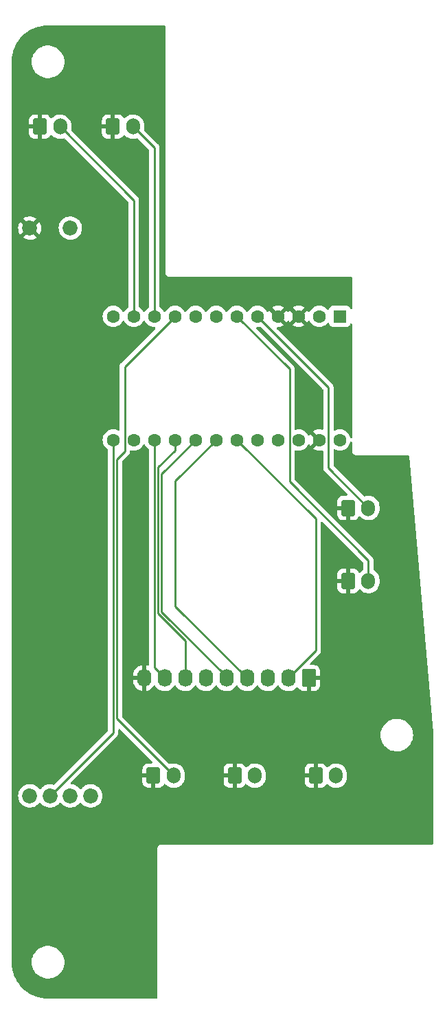
<source format=gbr>
%TF.GenerationSoftware,KiCad,Pcbnew,(6.0.10)*%
%TF.CreationDate,2023-01-17T00:52:56+01:00*%
%TF.ProjectId,SC_Mining_Controller_MkI,53435f4d-696e-4696-9e67-5f436f6e7472,1*%
%TF.SameCoordinates,Original*%
%TF.FileFunction,Copper,L1,Top*%
%TF.FilePolarity,Positive*%
%FSLAX46Y46*%
G04 Gerber Fmt 4.6, Leading zero omitted, Abs format (unit mm)*
G04 Created by KiCad (PCBNEW (6.0.10)) date 2023-01-17 00:52:56*
%MOMM*%
%LPD*%
G01*
G04 APERTURE LIST*
G04 Aperture macros list*
%AMRoundRect*
0 Rectangle with rounded corners*
0 $1 Rounding radius*
0 $2 $3 $4 $5 $6 $7 $8 $9 X,Y pos of 4 corners*
0 Add a 4 corners polygon primitive as box body*
4,1,4,$2,$3,$4,$5,$6,$7,$8,$9,$2,$3,0*
0 Add four circle primitives for the rounded corners*
1,1,$1+$1,$2,$3*
1,1,$1+$1,$4,$5*
1,1,$1+$1,$6,$7*
1,1,$1+$1,$8,$9*
0 Add four rect primitives between the rounded corners*
20,1,$1+$1,$2,$3,$4,$5,0*
20,1,$1+$1,$4,$5,$6,$7,0*
20,1,$1+$1,$6,$7,$8,$9,0*
20,1,$1+$1,$8,$9,$2,$3,0*%
G04 Aperture macros list end*
%TA.AperFunction,ComponentPad*%
%ADD10RoundRect,0.250000X-0.600000X-0.750000X0.600000X-0.750000X0.600000X0.750000X-0.600000X0.750000X0*%
%TD*%
%TA.AperFunction,ComponentPad*%
%ADD11O,1.700000X2.000000*%
%TD*%
%TA.AperFunction,ComponentPad*%
%ADD12RoundRect,0.250000X0.620000X0.845000X-0.620000X0.845000X-0.620000X-0.845000X0.620000X-0.845000X0*%
%TD*%
%TA.AperFunction,ComponentPad*%
%ADD13O,1.740000X2.190000*%
%TD*%
%TA.AperFunction,ComponentPad*%
%ADD14R,1.600000X1.600000*%
%TD*%
%TA.AperFunction,ComponentPad*%
%ADD15C,1.600000*%
%TD*%
%TA.AperFunction,ComponentPad*%
%ADD16C,1.850000*%
%TD*%
%TA.AperFunction,Conductor*%
%ADD17C,0.250000*%
%TD*%
G04 APERTURE END LIST*
D10*
%TO.P,SW2,1,A*%
%TO.N,GND*%
X77000000Y-104000000D03*
D11*
%TO.P,SW2,2,B*%
%TO.N,Net-(SW2-Pad2)*%
X79500000Y-104000000D03*
%TD*%
D10*
%TO.P,SW5,1,A*%
%TO.N,GND*%
X53000000Y-128000000D03*
D11*
%TO.P,SW5,2,B*%
%TO.N,Net-(SW5-Pad2)*%
X55500000Y-128000000D03*
%TD*%
D10*
%TO.P,SW6,1,A*%
%TO.N,GND*%
X48000000Y-48000000D03*
D11*
%TO.P,SW6,2,B*%
%TO.N,Net-(SW6-Pad2)*%
X50500000Y-48000000D03*
%TD*%
D10*
%TO.P,SW7,1,A*%
%TO.N,GND*%
X39000000Y-48000000D03*
D11*
%TO.P,SW7,2,B*%
%TO.N,Net-(SW7-Pad2)*%
X41500000Y-48000000D03*
%TD*%
D10*
%TO.P,SW4,1,A*%
%TO.N,GND*%
X63000000Y-128000000D03*
D11*
%TO.P,SW4,2,B*%
%TO.N,Net-(SW4-Pad2)*%
X65500000Y-128000000D03*
%TD*%
D10*
%TO.P,SW3,1,A*%
%TO.N,GND*%
X73000000Y-128000000D03*
D11*
%TO.P,SW3,2,B*%
%TO.N,Net-(SW3-Pad2)*%
X75500000Y-128000000D03*
%TD*%
D12*
%TO.P,JOY1,1,GND*%
%TO.N,GND*%
X72160000Y-115980000D03*
D13*
%TO.P,JOY1,2,Center_Tap_Ref*%
%TO.N,Net-(JOY1-Pad2)*%
X69620000Y-115980000D03*
%TO.P,JOY1,3,NC*%
%TO.N,unconnected-(JOY1-Pad3)*%
X67080000Y-115980000D03*
%TO.P,JOY1,4,Y_Axis*%
%TO.N,Net-(JOY1-Pad4)*%
X64540000Y-115980000D03*
%TO.P,JOY1,5,X_Axis*%
%TO.N,Net-(JOY1-Pad5)*%
X62000000Y-115980000D03*
%TO.P,JOY1,6,+5V*%
%TO.N,+5V*%
X59460000Y-115980000D03*
%TO.P,JOY1,7,Center_Detect*%
%TO.N,Net-(JOY1-Pad7)*%
X56920000Y-115980000D03*
%TO.P,JOY1,8,Switch_In_(NO)*%
%TO.N,Net-(JOY1-Pad8)*%
X54380000Y-115980000D03*
%TO.P,JOY1,9,Switch_OUT_(NO)*%
%TO.N,GND*%
X51840000Y-115980000D03*
%TD*%
D14*
%TO.P,U1,1,1/TX*%
%TO.N,unconnected-(U1-Pad1)*%
X75970000Y-71380000D03*
D15*
%TO.P,U1,2,0/RX*%
%TO.N,unconnected-(U1-Pad2)*%
X73430000Y-71380000D03*
%TO.P,U1,3,GND*%
%TO.N,GND*%
X70890000Y-71380000D03*
%TO.P,U1,4,GND*%
X68350000Y-71380000D03*
%TO.P,U1,5,2/SDA*%
%TO.N,Net-(SW1-Pad2)*%
X65810000Y-71380000D03*
%TO.P,U1,6,3/SCL/~*%
%TO.N,Net-(SW2-Pad2)*%
X63270000Y-71380000D03*
%TO.P,U1,7,4/(A6)*%
%TO.N,Net-(SW3-Pad2)*%
X60730000Y-71380000D03*
%TO.P,U1,8,5/~*%
%TO.N,Net-(SW4-Pad2)*%
X58190000Y-71380000D03*
%TO.P,U1,9,6/(A7)/~*%
%TO.N,Net-(SW5-Pad2)*%
X55650000Y-71380000D03*
%TO.P,U1,10,7*%
%TO.N,Net-(SW6-Pad2)*%
X53110000Y-71380000D03*
%TO.P,U1,11,8/(A8)*%
%TO.N,Net-(SW7-Pad2)*%
X50570000Y-71380000D03*
%TO.P,U1,12,9/(A9)/~*%
%TO.N,unconnected-(U1-Pad12)*%
X48030000Y-71380000D03*
%TO.P,U1,13,~/(A10)/10*%
%TO.N,Net-(RV1-Pad2)*%
X48030000Y-86620000D03*
%TO.P,U1,14,MOSI/16*%
%TO.N,unconnected-(U1-Pad14)*%
X50570000Y-86620000D03*
%TO.P,U1,15,MISO/14*%
%TO.N,Net-(JOY1-Pad8)*%
X53110000Y-86620000D03*
%TO.P,U1,16,SCLK/15*%
%TO.N,Net-(JOY1-Pad7)*%
X55650000Y-86620000D03*
%TO.P,U1,17,(18)/A0*%
%TO.N,Net-(JOY1-Pad5)*%
X58190000Y-86620000D03*
%TO.P,U1,18,(19)/A1*%
%TO.N,Net-(JOY1-Pad4)*%
X60730000Y-86620000D03*
%TO.P,U1,19,(20)/A2*%
%TO.N,Net-(JOY1-Pad2)*%
X63270000Y-86620000D03*
%TO.P,U1,20,(21)/A3*%
%TO.N,unconnected-(U1-Pad20)*%
X65810000Y-86620000D03*
%TO.P,U1,21,VCC*%
%TO.N,+5V*%
X68350000Y-86620000D03*
%TO.P,U1,22,~{RST}*%
%TO.N,unconnected-(U1-Pad22)*%
X70890000Y-86620000D03*
%TO.P,U1,23,GND*%
%TO.N,GND*%
X73430000Y-86620000D03*
%TO.P,U1,24,RAW*%
%TO.N,unconnected-(U1-Pad24)*%
X75970000Y-86620000D03*
%TD*%
D10*
%TO.P,SW1,1,A*%
%TO.N,GND*%
X77000000Y-95000000D03*
D11*
%TO.P,SW1,2,B*%
%TO.N,Net-(SW1-Pad2)*%
X79500000Y-95000000D03*
%TD*%
D16*
%TO.P,RV1,1,1*%
%TO.N,+5V*%
X37750000Y-130500000D03*
%TO.P,RV1,2,2*%
%TO.N,Net-(RV1-Pad2)*%
X40250000Y-130500000D03*
%TO.P,RV1,3,3*%
%TO.N,GND*%
X37750000Y-60500000D03*
%TO.P,RV1,4,4*%
%TO.N,unconnected-(RV1-Pad4)*%
X42750000Y-130500000D03*
%TO.P,RV1,5,5*%
%TO.N,unconnected-(RV1-Pad5)*%
X45250000Y-130500000D03*
%TO.P,RV1,6,6*%
%TO.N,unconnected-(RV1-Pad6)*%
X42750000Y-60500000D03*
%TD*%
D17*
%TO.N,Net-(JOY1-Pad2)*%
X73000000Y-96350000D02*
X73000000Y-112600000D01*
X73000000Y-112600000D02*
X69620000Y-115980000D01*
X63270000Y-86620000D02*
X73000000Y-96350000D01*
%TO.N,Net-(JOY1-Pad4)*%
X60730000Y-86620000D02*
X55667958Y-91682042D01*
X55667958Y-91682042D02*
X55667958Y-107107958D01*
X55667958Y-107107958D02*
X64540000Y-115980000D01*
%TO.N,Net-(JOY1-Pad5)*%
X54010000Y-90800000D02*
X54010000Y-107813604D01*
X58190000Y-86620000D02*
X54010000Y-90800000D01*
X54010000Y-107813604D02*
X62000000Y-115803604D01*
X62000000Y-115803604D02*
X62000000Y-115980000D01*
%TO.N,Net-(JOY1-Pad7)*%
X55650000Y-86620000D02*
X55650000Y-87910000D01*
X55650000Y-87910000D02*
X53560000Y-90000000D01*
X53560000Y-90000000D02*
X53560000Y-108000000D01*
X56920000Y-111360000D02*
X56920000Y-115980000D01*
X53560000Y-108000000D02*
X56920000Y-111360000D01*
%TO.N,Net-(JOY1-Pad8)*%
X53110000Y-114710000D02*
X54380000Y-115980000D01*
X53110000Y-86620000D02*
X53110000Y-114710000D01*
%TO.N,Net-(RV1-Pad2)*%
X48030000Y-122720000D02*
X40250000Y-130500000D01*
X48030000Y-86620000D02*
X48030000Y-122720000D01*
%TO.N,Net-(SW1-Pad2)*%
X74555000Y-80125000D02*
X74555000Y-90055000D01*
X65810000Y-71380000D02*
X74555000Y-80125000D01*
X74555000Y-90055000D02*
X79500000Y-95000000D01*
%TO.N,Net-(SW2-Pad2)*%
X79500000Y-101500000D02*
X79500000Y-104000000D01*
X69765000Y-91765000D02*
X79500000Y-101500000D01*
X63270000Y-71380000D02*
X69765000Y-77875000D01*
X69765000Y-77875000D02*
X69765000Y-91765000D01*
%TO.N,Net-(SW5-Pad2)*%
X49445000Y-77585000D02*
X49445000Y-88035000D01*
X49445000Y-88035000D02*
X48480000Y-89000000D01*
X55650000Y-71380000D02*
X49445000Y-77585000D01*
X48480000Y-120980000D02*
X55500000Y-128000000D01*
X48480000Y-89000000D02*
X48480000Y-120980000D01*
%TO.N,Net-(SW6-Pad2)*%
X53110000Y-71380000D02*
X53110000Y-50610000D01*
X53110000Y-50610000D02*
X50500000Y-48000000D01*
%TO.N,Net-(SW7-Pad2)*%
X50570000Y-71380000D02*
X50570000Y-57070000D01*
X50570000Y-57070000D02*
X41500000Y-48000000D01*
%TD*%
%TA.AperFunction,Conductor*%
%TO.N,GND*%
G36*
X54433621Y-35528502D02*
G01*
X54480114Y-35582158D01*
X54491500Y-35634500D01*
X54491500Y-65991377D01*
X54491498Y-65992147D01*
X54491024Y-66069721D01*
X54493491Y-66078352D01*
X54499150Y-66098153D01*
X54502728Y-66114915D01*
X54506920Y-66144187D01*
X54510634Y-66152355D01*
X54510634Y-66152356D01*
X54517548Y-66167562D01*
X54523996Y-66185086D01*
X54531051Y-66209771D01*
X54535843Y-66217365D01*
X54535844Y-66217368D01*
X54546830Y-66234780D01*
X54554969Y-66249863D01*
X54567208Y-66276782D01*
X54573069Y-66283584D01*
X54583970Y-66296235D01*
X54595073Y-66311239D01*
X54608776Y-66332958D01*
X54615501Y-66338897D01*
X54615504Y-66338901D01*
X54630938Y-66352532D01*
X54642982Y-66364724D01*
X54656427Y-66380327D01*
X54656430Y-66380329D01*
X54662287Y-66387127D01*
X54669816Y-66392007D01*
X54669817Y-66392008D01*
X54683835Y-66401094D01*
X54698709Y-66412385D01*
X54711217Y-66423431D01*
X54717951Y-66429378D01*
X54744711Y-66441942D01*
X54759691Y-66450263D01*
X54776983Y-66461471D01*
X54776988Y-66461473D01*
X54784515Y-66466352D01*
X54793108Y-66468922D01*
X54793113Y-66468924D01*
X54809120Y-66473711D01*
X54826564Y-66480372D01*
X54841676Y-66487467D01*
X54841678Y-66487468D01*
X54849800Y-66491281D01*
X54858667Y-66492662D01*
X54858668Y-66492662D01*
X54868310Y-66494163D01*
X54879017Y-66495830D01*
X54895732Y-66499613D01*
X54915466Y-66505515D01*
X54915472Y-66505516D01*
X54924066Y-66508086D01*
X54933037Y-66508141D01*
X54933038Y-66508141D01*
X54943097Y-66508202D01*
X54958506Y-66508296D01*
X54959289Y-66508329D01*
X54960386Y-66508500D01*
X54991377Y-66508500D01*
X54992147Y-66508502D01*
X55065785Y-66508952D01*
X55065786Y-66508952D01*
X55069721Y-66508976D01*
X55071065Y-66508592D01*
X55072410Y-66508500D01*
X77365500Y-66508500D01*
X77433621Y-66528502D01*
X77480114Y-66582158D01*
X77491500Y-66634500D01*
X77491500Y-70360829D01*
X77471498Y-70428950D01*
X77417842Y-70475443D01*
X77347568Y-70485547D01*
X77282988Y-70456053D01*
X77247518Y-70405058D01*
X77223768Y-70341705D01*
X77223767Y-70341703D01*
X77220615Y-70333295D01*
X77133261Y-70216739D01*
X77016705Y-70129385D01*
X76880316Y-70078255D01*
X76818134Y-70071500D01*
X75121866Y-70071500D01*
X75059684Y-70078255D01*
X74923295Y-70129385D01*
X74806739Y-70216739D01*
X74719385Y-70333295D01*
X74668255Y-70469684D01*
X74667083Y-70480474D01*
X74666197Y-70482606D01*
X74665575Y-70485222D01*
X74665152Y-70485121D01*
X74639845Y-70546035D01*
X74581483Y-70586463D01*
X74510529Y-70588922D01*
X74449510Y-70552629D01*
X74442511Y-70543969D01*
X74439354Y-70540207D01*
X74436198Y-70535700D01*
X74274300Y-70373802D01*
X74269792Y-70370645D01*
X74269789Y-70370643D01*
X74143920Y-70282509D01*
X74086749Y-70242477D01*
X74081767Y-70240154D01*
X74081762Y-70240151D01*
X73884225Y-70148039D01*
X73884224Y-70148039D01*
X73879243Y-70145716D01*
X73873935Y-70144294D01*
X73873933Y-70144293D01*
X73663402Y-70087881D01*
X73663400Y-70087881D01*
X73658087Y-70086457D01*
X73430000Y-70066502D01*
X73201913Y-70086457D01*
X73196600Y-70087881D01*
X73196598Y-70087881D01*
X72986067Y-70144293D01*
X72986065Y-70144294D01*
X72980757Y-70145716D01*
X72975776Y-70148039D01*
X72975775Y-70148039D01*
X72778238Y-70240151D01*
X72778233Y-70240154D01*
X72773251Y-70242477D01*
X72716080Y-70282509D01*
X72590211Y-70370643D01*
X72590208Y-70370645D01*
X72585700Y-70373802D01*
X72423802Y-70535700D01*
X72292477Y-70723251D01*
X72290154Y-70728233D01*
X72290151Y-70728238D01*
X72273919Y-70763049D01*
X72227002Y-70816334D01*
X72158725Y-70835795D01*
X72090765Y-70815253D01*
X72045529Y-70763049D01*
X72029414Y-70728489D01*
X72023931Y-70718994D01*
X71987491Y-70666952D01*
X71977012Y-70658576D01*
X71963566Y-70665644D01*
X71262022Y-71367188D01*
X71254408Y-71381132D01*
X71254539Y-71382965D01*
X71258790Y-71389580D01*
X71964287Y-72095077D01*
X71976062Y-72101507D01*
X71988077Y-72092211D01*
X72023931Y-72041006D01*
X72029414Y-72031511D01*
X72045529Y-71996951D01*
X72092446Y-71943666D01*
X72160723Y-71924205D01*
X72228683Y-71944747D01*
X72273919Y-71996951D01*
X72290151Y-72031762D01*
X72290154Y-72031767D01*
X72292477Y-72036749D01*
X72423802Y-72224300D01*
X72585700Y-72386198D01*
X72590208Y-72389355D01*
X72590211Y-72389357D01*
X72604227Y-72399171D01*
X72773251Y-72517523D01*
X72778233Y-72519846D01*
X72778238Y-72519849D01*
X72974765Y-72611490D01*
X72980757Y-72614284D01*
X72986065Y-72615706D01*
X72986067Y-72615707D01*
X73196598Y-72672119D01*
X73196600Y-72672119D01*
X73201913Y-72673543D01*
X73430000Y-72693498D01*
X73658087Y-72673543D01*
X73663400Y-72672119D01*
X73663402Y-72672119D01*
X73873933Y-72615707D01*
X73873935Y-72615706D01*
X73879243Y-72614284D01*
X73885235Y-72611490D01*
X74081762Y-72519849D01*
X74081767Y-72519846D01*
X74086749Y-72517523D01*
X74255773Y-72399171D01*
X74269789Y-72389357D01*
X74269792Y-72389355D01*
X74274300Y-72386198D01*
X74436198Y-72224300D01*
X74439357Y-72219789D01*
X74442892Y-72215576D01*
X74444026Y-72216527D01*
X74494071Y-72176529D01*
X74564690Y-72169224D01*
X74628049Y-72201258D01*
X74664030Y-72262462D01*
X74667082Y-72279517D01*
X74668255Y-72290316D01*
X74719385Y-72426705D01*
X74806739Y-72543261D01*
X74923295Y-72630615D01*
X75059684Y-72681745D01*
X75121866Y-72688500D01*
X76818134Y-72688500D01*
X76880316Y-72681745D01*
X77016705Y-72630615D01*
X77133261Y-72543261D01*
X77220615Y-72426705D01*
X77235801Y-72386198D01*
X77247518Y-72354942D01*
X77290159Y-72298177D01*
X77356721Y-72273477D01*
X77426070Y-72288684D01*
X77476188Y-72338970D01*
X77491500Y-72399171D01*
X77491500Y-86285595D01*
X77471498Y-86353716D01*
X77417842Y-86400209D01*
X77347568Y-86410313D01*
X77282988Y-86380819D01*
X77243793Y-86318206D01*
X77205707Y-86176067D01*
X77205706Y-86176065D01*
X77204284Y-86170757D01*
X77109966Y-85968489D01*
X77109849Y-85968238D01*
X77109846Y-85968233D01*
X77107523Y-85963251D01*
X76976198Y-85775700D01*
X76814300Y-85613802D01*
X76809792Y-85610645D01*
X76809789Y-85610643D01*
X76683920Y-85522509D01*
X76626749Y-85482477D01*
X76621767Y-85480154D01*
X76621762Y-85480151D01*
X76424225Y-85388039D01*
X76424224Y-85388039D01*
X76419243Y-85385716D01*
X76413935Y-85384294D01*
X76413933Y-85384293D01*
X76203402Y-85327881D01*
X76203400Y-85327881D01*
X76198087Y-85326457D01*
X75970000Y-85306502D01*
X75741913Y-85326457D01*
X75736600Y-85327881D01*
X75736598Y-85327881D01*
X75526067Y-85384293D01*
X75526065Y-85384294D01*
X75520757Y-85385716D01*
X75515776Y-85388039D01*
X75515775Y-85388039D01*
X75367750Y-85457064D01*
X75297558Y-85467725D01*
X75232745Y-85438745D01*
X75193889Y-85379325D01*
X75188500Y-85342869D01*
X75188500Y-80203768D01*
X75189027Y-80192585D01*
X75190702Y-80185092D01*
X75188562Y-80117001D01*
X75188500Y-80113044D01*
X75188500Y-80085144D01*
X75187996Y-80081153D01*
X75187063Y-80069311D01*
X75185923Y-80033036D01*
X75185674Y-80025111D01*
X75180021Y-80005652D01*
X75176012Y-79986293D01*
X75175846Y-79984983D01*
X75173474Y-79966203D01*
X75170558Y-79958837D01*
X75170556Y-79958831D01*
X75157200Y-79925098D01*
X75153355Y-79913868D01*
X75143230Y-79879017D01*
X75143230Y-79879016D01*
X75141019Y-79871407D01*
X75130705Y-79853966D01*
X75122008Y-79836213D01*
X75117472Y-79824758D01*
X75114552Y-79817383D01*
X75088563Y-79781612D01*
X75082047Y-79771692D01*
X75063578Y-79740463D01*
X75059542Y-79733638D01*
X75045221Y-79719317D01*
X75032380Y-79704283D01*
X75025131Y-79694306D01*
X75020472Y-79687893D01*
X74986395Y-79659702D01*
X74977616Y-79651712D01*
X68231943Y-72906039D01*
X68197917Y-72843727D01*
X68202982Y-72772912D01*
X68245529Y-72716076D01*
X68312049Y-72691265D01*
X68332019Y-72691423D01*
X68344525Y-72692517D01*
X68355475Y-72692517D01*
X68572519Y-72673528D01*
X68583312Y-72671625D01*
X68793761Y-72615236D01*
X68804053Y-72611490D01*
X69001511Y-72519414D01*
X69011006Y-72513931D01*
X69063048Y-72477491D01*
X69071424Y-72467012D01*
X69070925Y-72466062D01*
X70168493Y-72466062D01*
X70177789Y-72478077D01*
X70228994Y-72513931D01*
X70238489Y-72519414D01*
X70435947Y-72611490D01*
X70446239Y-72615236D01*
X70656688Y-72671625D01*
X70667481Y-72673528D01*
X70884525Y-72692517D01*
X70895475Y-72692517D01*
X71112519Y-72673528D01*
X71123312Y-72671625D01*
X71333761Y-72615236D01*
X71344053Y-72611490D01*
X71541511Y-72519414D01*
X71551006Y-72513931D01*
X71603048Y-72477491D01*
X71611424Y-72467012D01*
X71604356Y-72453566D01*
X70902812Y-71752022D01*
X70888868Y-71744408D01*
X70887035Y-71744539D01*
X70880420Y-71748790D01*
X70174923Y-72454287D01*
X70168493Y-72466062D01*
X69070925Y-72466062D01*
X69064356Y-72453566D01*
X67991922Y-71381132D01*
X68714408Y-71381132D01*
X68714539Y-71382965D01*
X68718790Y-71389580D01*
X69424287Y-72095077D01*
X69436062Y-72101507D01*
X69448077Y-72092211D01*
X69483931Y-72041006D01*
X69489414Y-72031511D01*
X69505805Y-71996359D01*
X69552722Y-71943074D01*
X69620999Y-71923613D01*
X69688959Y-71944155D01*
X69734195Y-71996359D01*
X69750586Y-72031511D01*
X69756069Y-72041006D01*
X69792509Y-72093048D01*
X69802988Y-72101424D01*
X69816434Y-72094356D01*
X70517978Y-71392812D01*
X70525592Y-71378868D01*
X70525461Y-71377035D01*
X70521210Y-71370420D01*
X69815713Y-70664923D01*
X69803938Y-70658493D01*
X69791923Y-70667789D01*
X69756069Y-70718994D01*
X69750586Y-70728489D01*
X69734195Y-70763641D01*
X69687278Y-70816926D01*
X69619001Y-70836387D01*
X69551041Y-70815845D01*
X69505805Y-70763641D01*
X69489414Y-70728489D01*
X69483931Y-70718994D01*
X69447491Y-70666952D01*
X69437012Y-70658576D01*
X69423566Y-70665644D01*
X68722022Y-71367188D01*
X68714408Y-71381132D01*
X67991922Y-71381132D01*
X67275713Y-70664923D01*
X67263938Y-70658493D01*
X67251923Y-70667789D01*
X67216069Y-70718994D01*
X67210586Y-70728489D01*
X67194471Y-70763049D01*
X67147554Y-70816334D01*
X67079277Y-70835795D01*
X67011317Y-70815253D01*
X66966081Y-70763049D01*
X66949849Y-70728238D01*
X66949846Y-70728233D01*
X66947523Y-70723251D01*
X66816198Y-70535700D01*
X66654300Y-70373802D01*
X66649792Y-70370645D01*
X66649789Y-70370643D01*
X66538886Y-70292988D01*
X67628576Y-70292988D01*
X67635644Y-70306434D01*
X68337188Y-71007978D01*
X68351132Y-71015592D01*
X68352965Y-71015461D01*
X68359580Y-71011210D01*
X69065077Y-70305713D01*
X69071507Y-70293938D01*
X69070772Y-70292988D01*
X70168576Y-70292988D01*
X70175644Y-70306434D01*
X70877188Y-71007978D01*
X70891132Y-71015592D01*
X70892965Y-71015461D01*
X70899580Y-71011210D01*
X71605077Y-70305713D01*
X71611507Y-70293938D01*
X71602211Y-70281923D01*
X71551006Y-70246069D01*
X71541511Y-70240586D01*
X71344053Y-70148510D01*
X71333761Y-70144764D01*
X71123312Y-70088375D01*
X71112519Y-70086472D01*
X70895475Y-70067483D01*
X70884525Y-70067483D01*
X70667481Y-70086472D01*
X70656688Y-70088375D01*
X70446239Y-70144764D01*
X70435947Y-70148510D01*
X70238489Y-70240586D01*
X70228994Y-70246069D01*
X70176952Y-70282509D01*
X70168576Y-70292988D01*
X69070772Y-70292988D01*
X69062211Y-70281923D01*
X69011006Y-70246069D01*
X69001511Y-70240586D01*
X68804053Y-70148510D01*
X68793761Y-70144764D01*
X68583312Y-70088375D01*
X68572519Y-70086472D01*
X68355475Y-70067483D01*
X68344525Y-70067483D01*
X68127481Y-70086472D01*
X68116688Y-70088375D01*
X67906239Y-70144764D01*
X67895947Y-70148510D01*
X67698489Y-70240586D01*
X67688994Y-70246069D01*
X67636952Y-70282509D01*
X67628576Y-70292988D01*
X66538886Y-70292988D01*
X66523920Y-70282509D01*
X66466749Y-70242477D01*
X66461767Y-70240154D01*
X66461762Y-70240151D01*
X66264225Y-70148039D01*
X66264224Y-70148039D01*
X66259243Y-70145716D01*
X66253935Y-70144294D01*
X66253933Y-70144293D01*
X66043402Y-70087881D01*
X66043400Y-70087881D01*
X66038087Y-70086457D01*
X65810000Y-70066502D01*
X65581913Y-70086457D01*
X65576600Y-70087881D01*
X65576598Y-70087881D01*
X65366067Y-70144293D01*
X65366065Y-70144294D01*
X65360757Y-70145716D01*
X65355776Y-70148039D01*
X65355775Y-70148039D01*
X65158238Y-70240151D01*
X65158233Y-70240154D01*
X65153251Y-70242477D01*
X65096080Y-70282509D01*
X64970211Y-70370643D01*
X64970208Y-70370645D01*
X64965700Y-70373802D01*
X64803802Y-70535700D01*
X64672477Y-70723251D01*
X64670154Y-70728233D01*
X64670151Y-70728238D01*
X64654195Y-70762457D01*
X64607278Y-70815742D01*
X64539001Y-70835203D01*
X64471041Y-70814661D01*
X64425805Y-70762457D01*
X64409849Y-70728238D01*
X64409846Y-70728233D01*
X64407523Y-70723251D01*
X64276198Y-70535700D01*
X64114300Y-70373802D01*
X64109792Y-70370645D01*
X64109789Y-70370643D01*
X63983920Y-70282509D01*
X63926749Y-70242477D01*
X63921767Y-70240154D01*
X63921762Y-70240151D01*
X63724225Y-70148039D01*
X63724224Y-70148039D01*
X63719243Y-70145716D01*
X63713935Y-70144294D01*
X63713933Y-70144293D01*
X63503402Y-70087881D01*
X63503400Y-70087881D01*
X63498087Y-70086457D01*
X63270000Y-70066502D01*
X63041913Y-70086457D01*
X63036600Y-70087881D01*
X63036598Y-70087881D01*
X62826067Y-70144293D01*
X62826065Y-70144294D01*
X62820757Y-70145716D01*
X62815776Y-70148039D01*
X62815775Y-70148039D01*
X62618238Y-70240151D01*
X62618233Y-70240154D01*
X62613251Y-70242477D01*
X62556080Y-70282509D01*
X62430211Y-70370643D01*
X62430208Y-70370645D01*
X62425700Y-70373802D01*
X62263802Y-70535700D01*
X62132477Y-70723251D01*
X62130154Y-70728233D01*
X62130151Y-70728238D01*
X62114195Y-70762457D01*
X62067278Y-70815742D01*
X61999001Y-70835203D01*
X61931041Y-70814661D01*
X61885805Y-70762457D01*
X61869849Y-70728238D01*
X61869846Y-70728233D01*
X61867523Y-70723251D01*
X61736198Y-70535700D01*
X61574300Y-70373802D01*
X61569792Y-70370645D01*
X61569789Y-70370643D01*
X61443920Y-70282509D01*
X61386749Y-70242477D01*
X61381767Y-70240154D01*
X61381762Y-70240151D01*
X61184225Y-70148039D01*
X61184224Y-70148039D01*
X61179243Y-70145716D01*
X61173935Y-70144294D01*
X61173933Y-70144293D01*
X60963402Y-70087881D01*
X60963400Y-70087881D01*
X60958087Y-70086457D01*
X60730000Y-70066502D01*
X60501913Y-70086457D01*
X60496600Y-70087881D01*
X60496598Y-70087881D01*
X60286067Y-70144293D01*
X60286065Y-70144294D01*
X60280757Y-70145716D01*
X60275776Y-70148039D01*
X60275775Y-70148039D01*
X60078238Y-70240151D01*
X60078233Y-70240154D01*
X60073251Y-70242477D01*
X60016080Y-70282509D01*
X59890211Y-70370643D01*
X59890208Y-70370645D01*
X59885700Y-70373802D01*
X59723802Y-70535700D01*
X59592477Y-70723251D01*
X59590154Y-70728233D01*
X59590151Y-70728238D01*
X59574195Y-70762457D01*
X59527278Y-70815742D01*
X59459001Y-70835203D01*
X59391041Y-70814661D01*
X59345805Y-70762457D01*
X59329849Y-70728238D01*
X59329846Y-70728233D01*
X59327523Y-70723251D01*
X59196198Y-70535700D01*
X59034300Y-70373802D01*
X59029792Y-70370645D01*
X59029789Y-70370643D01*
X58903920Y-70282509D01*
X58846749Y-70242477D01*
X58841767Y-70240154D01*
X58841762Y-70240151D01*
X58644225Y-70148039D01*
X58644224Y-70148039D01*
X58639243Y-70145716D01*
X58633935Y-70144294D01*
X58633933Y-70144293D01*
X58423402Y-70087881D01*
X58423400Y-70087881D01*
X58418087Y-70086457D01*
X58190000Y-70066502D01*
X57961913Y-70086457D01*
X57956600Y-70087881D01*
X57956598Y-70087881D01*
X57746067Y-70144293D01*
X57746065Y-70144294D01*
X57740757Y-70145716D01*
X57735776Y-70148039D01*
X57735775Y-70148039D01*
X57538238Y-70240151D01*
X57538233Y-70240154D01*
X57533251Y-70242477D01*
X57476080Y-70282509D01*
X57350211Y-70370643D01*
X57350208Y-70370645D01*
X57345700Y-70373802D01*
X57183802Y-70535700D01*
X57052477Y-70723251D01*
X57050154Y-70728233D01*
X57050151Y-70728238D01*
X57034195Y-70762457D01*
X56987278Y-70815742D01*
X56919001Y-70835203D01*
X56851041Y-70814661D01*
X56805805Y-70762457D01*
X56789849Y-70728238D01*
X56789846Y-70728233D01*
X56787523Y-70723251D01*
X56656198Y-70535700D01*
X56494300Y-70373802D01*
X56489792Y-70370645D01*
X56489789Y-70370643D01*
X56363920Y-70282509D01*
X56306749Y-70242477D01*
X56301767Y-70240154D01*
X56301762Y-70240151D01*
X56104225Y-70148039D01*
X56104224Y-70148039D01*
X56099243Y-70145716D01*
X56093935Y-70144294D01*
X56093933Y-70144293D01*
X55883402Y-70087881D01*
X55883400Y-70087881D01*
X55878087Y-70086457D01*
X55650000Y-70066502D01*
X55421913Y-70086457D01*
X55416600Y-70087881D01*
X55416598Y-70087881D01*
X55206067Y-70144293D01*
X55206065Y-70144294D01*
X55200757Y-70145716D01*
X55195776Y-70148039D01*
X55195775Y-70148039D01*
X54998238Y-70240151D01*
X54998233Y-70240154D01*
X54993251Y-70242477D01*
X54936080Y-70282509D01*
X54810211Y-70370643D01*
X54810208Y-70370645D01*
X54805700Y-70373802D01*
X54643802Y-70535700D01*
X54512477Y-70723251D01*
X54510154Y-70728233D01*
X54510151Y-70728238D01*
X54494195Y-70762457D01*
X54447278Y-70815742D01*
X54379001Y-70835203D01*
X54311041Y-70814661D01*
X54265805Y-70762457D01*
X54249849Y-70728238D01*
X54249846Y-70728233D01*
X54247523Y-70723251D01*
X54116198Y-70535700D01*
X53954300Y-70373802D01*
X53949792Y-70370645D01*
X53949789Y-70370643D01*
X53797229Y-70263819D01*
X53752901Y-70208362D01*
X53743500Y-70160606D01*
X53743500Y-50688763D01*
X53744027Y-50677579D01*
X53745701Y-50670091D01*
X53743562Y-50602032D01*
X53743500Y-50598075D01*
X53743500Y-50570144D01*
X53742994Y-50566138D01*
X53742061Y-50554292D01*
X53740922Y-50518037D01*
X53740673Y-50510110D01*
X53735022Y-50490658D01*
X53731014Y-50471306D01*
X53729468Y-50459068D01*
X53729467Y-50459066D01*
X53728474Y-50451203D01*
X53712194Y-50410086D01*
X53708359Y-50398885D01*
X53696018Y-50356406D01*
X53691985Y-50349587D01*
X53691983Y-50349582D01*
X53685707Y-50338971D01*
X53677010Y-50321221D01*
X53669552Y-50302383D01*
X53643571Y-50266623D01*
X53637053Y-50256701D01*
X53618578Y-50225460D01*
X53618574Y-50225455D01*
X53614542Y-50218637D01*
X53600218Y-50204313D01*
X53587376Y-50189278D01*
X53575472Y-50172893D01*
X53541406Y-50144711D01*
X53532627Y-50136722D01*
X51875942Y-48480037D01*
X51841916Y-48417725D01*
X51841048Y-48368521D01*
X51856623Y-48282392D01*
X51856624Y-48282384D01*
X51857361Y-48278308D01*
X51858500Y-48254156D01*
X51858500Y-47792110D01*
X51843920Y-47620280D01*
X51842582Y-47615125D01*
X51842581Y-47615119D01*
X51787343Y-47402297D01*
X51787342Y-47402293D01*
X51786001Y-47397128D01*
X51691312Y-47186925D01*
X51562559Y-46995681D01*
X51403424Y-46828865D01*
X51218458Y-46691246D01*
X51213707Y-46688830D01*
X51213703Y-46688828D01*
X51091731Y-46626815D01*
X51012949Y-46586760D01*
X51007855Y-46585178D01*
X51007852Y-46585177D01*
X50797871Y-46519976D01*
X50792773Y-46518393D01*
X50787484Y-46517692D01*
X50569511Y-46488802D01*
X50569506Y-46488802D01*
X50564226Y-46488102D01*
X50558897Y-46488302D01*
X50558895Y-46488302D01*
X50460368Y-46492001D01*
X50333842Y-46496751D01*
X50328623Y-46497846D01*
X50308849Y-46501995D01*
X50108209Y-46544093D01*
X50103250Y-46546051D01*
X50103248Y-46546052D01*
X49898744Y-46626815D01*
X49898742Y-46626816D01*
X49893779Y-46628776D01*
X49889220Y-46631543D01*
X49889217Y-46631544D01*
X49790832Y-46691246D01*
X49696683Y-46748377D01*
X49692653Y-46751874D01*
X49599484Y-46832722D01*
X49522555Y-46899477D01*
X49519168Y-46903608D01*
X49492994Y-46935529D01*
X49434334Y-46975524D01*
X49363364Y-46977455D01*
X49302616Y-46940710D01*
X49288416Y-46921941D01*
X49201937Y-46782193D01*
X49192901Y-46770792D01*
X49078171Y-46656261D01*
X49066760Y-46647249D01*
X48928757Y-46562184D01*
X48915576Y-46556037D01*
X48761290Y-46504862D01*
X48747914Y-46501995D01*
X48653562Y-46492328D01*
X48647145Y-46492000D01*
X48272115Y-46492000D01*
X48256876Y-46496475D01*
X48255671Y-46497865D01*
X48254000Y-46505548D01*
X48254000Y-49489884D01*
X48258475Y-49505123D01*
X48259865Y-49506328D01*
X48267548Y-49507999D01*
X48647095Y-49507999D01*
X48653614Y-49507662D01*
X48749206Y-49497743D01*
X48762600Y-49494851D01*
X48916784Y-49443412D01*
X48929962Y-49437239D01*
X49067807Y-49351937D01*
X49079208Y-49342901D01*
X49193739Y-49228171D01*
X49202753Y-49216757D01*
X49288723Y-49077287D01*
X49341495Y-49029793D01*
X49411566Y-49018369D01*
X49476690Y-49046643D01*
X49487149Y-49056426D01*
X49596576Y-49171135D01*
X49781542Y-49308754D01*
X49786293Y-49311170D01*
X49786297Y-49311172D01*
X49848704Y-49342901D01*
X49987051Y-49413240D01*
X49992145Y-49414822D01*
X49992148Y-49414823D01*
X50159390Y-49466753D01*
X50207227Y-49481607D01*
X50212516Y-49482308D01*
X50430489Y-49511198D01*
X50430494Y-49511198D01*
X50435774Y-49511898D01*
X50441103Y-49511698D01*
X50441105Y-49511698D01*
X50550966Y-49507574D01*
X50666158Y-49503249D01*
X50671468Y-49502135D01*
X50886572Y-49457002D01*
X50891791Y-49455907D01*
X50935474Y-49438656D01*
X51006177Y-49432238D01*
X51070849Y-49466753D01*
X52439595Y-50835499D01*
X52473621Y-50897811D01*
X52476500Y-50924594D01*
X52476500Y-70160606D01*
X52456498Y-70228727D01*
X52422771Y-70263819D01*
X52270211Y-70370643D01*
X52270208Y-70370645D01*
X52265700Y-70373802D01*
X52103802Y-70535700D01*
X51972477Y-70723251D01*
X51970154Y-70728233D01*
X51970151Y-70728238D01*
X51954195Y-70762457D01*
X51907278Y-70815742D01*
X51839001Y-70835203D01*
X51771041Y-70814661D01*
X51725805Y-70762457D01*
X51709849Y-70728238D01*
X51709846Y-70728233D01*
X51707523Y-70723251D01*
X51576198Y-70535700D01*
X51414300Y-70373802D01*
X51409792Y-70370645D01*
X51409789Y-70370643D01*
X51257229Y-70263819D01*
X51212901Y-70208362D01*
X51203500Y-70160606D01*
X51203500Y-57148767D01*
X51204027Y-57137584D01*
X51205702Y-57130091D01*
X51203562Y-57062014D01*
X51203500Y-57058055D01*
X51203500Y-57030144D01*
X51202995Y-57026144D01*
X51202062Y-57014301D01*
X51200922Y-56978030D01*
X51200673Y-56970111D01*
X51195021Y-56950657D01*
X51191013Y-56931300D01*
X51189468Y-56919070D01*
X51189468Y-56919069D01*
X51188474Y-56911203D01*
X51185555Y-56903830D01*
X51172196Y-56870088D01*
X51168351Y-56858858D01*
X51158229Y-56824017D01*
X51158229Y-56824016D01*
X51156018Y-56816407D01*
X51151985Y-56809588D01*
X51151983Y-56809583D01*
X51145707Y-56798972D01*
X51137012Y-56781224D01*
X51129552Y-56762383D01*
X51103564Y-56726613D01*
X51097048Y-56716693D01*
X51078580Y-56685465D01*
X51078578Y-56685462D01*
X51074542Y-56678638D01*
X51060221Y-56664317D01*
X51047380Y-56649283D01*
X51040131Y-56639306D01*
X51035472Y-56632893D01*
X51001395Y-56604702D01*
X50992616Y-56596712D01*
X43193000Y-48797095D01*
X46642001Y-48797095D01*
X46642338Y-48803614D01*
X46652257Y-48899206D01*
X46655149Y-48912600D01*
X46706588Y-49066784D01*
X46712761Y-49079962D01*
X46798063Y-49217807D01*
X46807099Y-49229208D01*
X46921829Y-49343739D01*
X46933240Y-49352751D01*
X47071243Y-49437816D01*
X47084424Y-49443963D01*
X47238710Y-49495138D01*
X47252086Y-49498005D01*
X47346438Y-49507672D01*
X47352854Y-49508000D01*
X47727885Y-49508000D01*
X47743124Y-49503525D01*
X47744329Y-49502135D01*
X47746000Y-49494452D01*
X47746000Y-48272115D01*
X47741525Y-48256876D01*
X47740135Y-48255671D01*
X47732452Y-48254000D01*
X46660116Y-48254000D01*
X46644877Y-48258475D01*
X46643672Y-48259865D01*
X46642001Y-48267548D01*
X46642001Y-48797095D01*
X43193000Y-48797095D01*
X42875942Y-48480037D01*
X42841916Y-48417725D01*
X42841048Y-48368521D01*
X42856623Y-48282392D01*
X42856624Y-48282384D01*
X42857361Y-48278308D01*
X42858500Y-48254156D01*
X42858500Y-47792110D01*
X42853050Y-47727885D01*
X46642000Y-47727885D01*
X46646475Y-47743124D01*
X46647865Y-47744329D01*
X46655548Y-47746000D01*
X47727885Y-47746000D01*
X47743124Y-47741525D01*
X47744329Y-47740135D01*
X47746000Y-47732452D01*
X47746000Y-46510116D01*
X47741525Y-46494877D01*
X47740135Y-46493672D01*
X47732452Y-46492001D01*
X47352905Y-46492001D01*
X47346386Y-46492338D01*
X47250794Y-46502257D01*
X47237400Y-46505149D01*
X47083216Y-46556588D01*
X47070038Y-46562761D01*
X46932193Y-46648063D01*
X46920792Y-46657099D01*
X46806261Y-46771829D01*
X46797249Y-46783240D01*
X46712184Y-46921243D01*
X46706037Y-46934424D01*
X46654862Y-47088710D01*
X46651995Y-47102086D01*
X46642328Y-47196438D01*
X46642000Y-47202855D01*
X46642000Y-47727885D01*
X42853050Y-47727885D01*
X42843920Y-47620280D01*
X42842582Y-47615125D01*
X42842581Y-47615119D01*
X42787343Y-47402297D01*
X42787342Y-47402293D01*
X42786001Y-47397128D01*
X42691312Y-47186925D01*
X42562559Y-46995681D01*
X42403424Y-46828865D01*
X42218458Y-46691246D01*
X42213707Y-46688830D01*
X42213703Y-46688828D01*
X42091731Y-46626815D01*
X42012949Y-46586760D01*
X42007855Y-46585178D01*
X42007852Y-46585177D01*
X41797871Y-46519976D01*
X41792773Y-46518393D01*
X41787484Y-46517692D01*
X41569511Y-46488802D01*
X41569506Y-46488802D01*
X41564226Y-46488102D01*
X41558897Y-46488302D01*
X41558895Y-46488302D01*
X41460368Y-46492001D01*
X41333842Y-46496751D01*
X41328623Y-46497846D01*
X41308849Y-46501995D01*
X41108209Y-46544093D01*
X41103250Y-46546051D01*
X41103248Y-46546052D01*
X40898744Y-46626815D01*
X40898742Y-46626816D01*
X40893779Y-46628776D01*
X40889220Y-46631543D01*
X40889217Y-46631544D01*
X40790832Y-46691246D01*
X40696683Y-46748377D01*
X40692653Y-46751874D01*
X40599484Y-46832722D01*
X40522555Y-46899477D01*
X40519168Y-46903608D01*
X40492994Y-46935529D01*
X40434334Y-46975524D01*
X40363364Y-46977455D01*
X40302616Y-46940710D01*
X40288416Y-46921941D01*
X40201937Y-46782193D01*
X40192901Y-46770792D01*
X40078171Y-46656261D01*
X40066760Y-46647249D01*
X39928757Y-46562184D01*
X39915576Y-46556037D01*
X39761290Y-46504862D01*
X39747914Y-46501995D01*
X39653562Y-46492328D01*
X39647145Y-46492000D01*
X39272115Y-46492000D01*
X39256876Y-46496475D01*
X39255671Y-46497865D01*
X39254000Y-46505548D01*
X39254000Y-49489884D01*
X39258475Y-49505123D01*
X39259865Y-49506328D01*
X39267548Y-49507999D01*
X39647095Y-49507999D01*
X39653614Y-49507662D01*
X39749206Y-49497743D01*
X39762600Y-49494851D01*
X39916784Y-49443412D01*
X39929962Y-49437239D01*
X40067807Y-49351937D01*
X40079208Y-49342901D01*
X40193739Y-49228171D01*
X40202753Y-49216757D01*
X40288723Y-49077287D01*
X40341495Y-49029793D01*
X40411566Y-49018369D01*
X40476690Y-49046643D01*
X40487149Y-49056426D01*
X40596576Y-49171135D01*
X40781542Y-49308754D01*
X40786293Y-49311170D01*
X40786297Y-49311172D01*
X40848704Y-49342901D01*
X40987051Y-49413240D01*
X40992145Y-49414822D01*
X40992148Y-49414823D01*
X41159390Y-49466753D01*
X41207227Y-49481607D01*
X41212516Y-49482308D01*
X41430489Y-49511198D01*
X41430494Y-49511198D01*
X41435774Y-49511898D01*
X41441103Y-49511698D01*
X41441105Y-49511698D01*
X41550966Y-49507574D01*
X41666158Y-49503249D01*
X41671468Y-49502135D01*
X41886572Y-49457002D01*
X41891791Y-49455907D01*
X41935474Y-49438656D01*
X42006177Y-49432238D01*
X42070849Y-49466753D01*
X49899595Y-57295500D01*
X49933621Y-57357812D01*
X49936500Y-57384595D01*
X49936500Y-70160606D01*
X49916498Y-70228727D01*
X49882771Y-70263819D01*
X49730211Y-70370643D01*
X49730208Y-70370645D01*
X49725700Y-70373802D01*
X49563802Y-70535700D01*
X49432477Y-70723251D01*
X49430154Y-70728233D01*
X49430151Y-70728238D01*
X49414195Y-70762457D01*
X49367278Y-70815742D01*
X49299001Y-70835203D01*
X49231041Y-70814661D01*
X49185805Y-70762457D01*
X49169849Y-70728238D01*
X49169846Y-70728233D01*
X49167523Y-70723251D01*
X49036198Y-70535700D01*
X48874300Y-70373802D01*
X48869792Y-70370645D01*
X48869789Y-70370643D01*
X48743920Y-70282509D01*
X48686749Y-70242477D01*
X48681767Y-70240154D01*
X48681762Y-70240151D01*
X48484225Y-70148039D01*
X48484224Y-70148039D01*
X48479243Y-70145716D01*
X48473935Y-70144294D01*
X48473933Y-70144293D01*
X48263402Y-70087881D01*
X48263400Y-70087881D01*
X48258087Y-70086457D01*
X48030000Y-70066502D01*
X47801913Y-70086457D01*
X47796600Y-70087881D01*
X47796598Y-70087881D01*
X47586067Y-70144293D01*
X47586065Y-70144294D01*
X47580757Y-70145716D01*
X47575776Y-70148039D01*
X47575775Y-70148039D01*
X47378238Y-70240151D01*
X47378233Y-70240154D01*
X47373251Y-70242477D01*
X47316080Y-70282509D01*
X47190211Y-70370643D01*
X47190208Y-70370645D01*
X47185700Y-70373802D01*
X47023802Y-70535700D01*
X46892477Y-70723251D01*
X46890154Y-70728233D01*
X46890151Y-70728238D01*
X46849852Y-70814661D01*
X46795716Y-70930757D01*
X46794294Y-70936065D01*
X46794293Y-70936067D01*
X46773019Y-71015461D01*
X46736457Y-71151913D01*
X46716502Y-71380000D01*
X46736457Y-71608087D01*
X46737881Y-71613400D01*
X46737881Y-71613402D01*
X46775025Y-71752022D01*
X46795716Y-71829243D01*
X46798039Y-71834224D01*
X46798039Y-71834225D01*
X46890151Y-72031762D01*
X46890154Y-72031767D01*
X46892477Y-72036749D01*
X47023802Y-72224300D01*
X47185700Y-72386198D01*
X47190208Y-72389355D01*
X47190211Y-72389357D01*
X47204227Y-72399171D01*
X47373251Y-72517523D01*
X47378233Y-72519846D01*
X47378238Y-72519849D01*
X47574765Y-72611490D01*
X47580757Y-72614284D01*
X47586065Y-72615706D01*
X47586067Y-72615707D01*
X47796598Y-72672119D01*
X47796600Y-72672119D01*
X47801913Y-72673543D01*
X48030000Y-72693498D01*
X48258087Y-72673543D01*
X48263400Y-72672119D01*
X48263402Y-72672119D01*
X48473933Y-72615707D01*
X48473935Y-72615706D01*
X48479243Y-72614284D01*
X48485235Y-72611490D01*
X48681762Y-72519849D01*
X48681767Y-72519846D01*
X48686749Y-72517523D01*
X48855773Y-72399171D01*
X48869789Y-72389357D01*
X48869792Y-72389355D01*
X48874300Y-72386198D01*
X49036198Y-72224300D01*
X49167523Y-72036749D01*
X49169846Y-72031767D01*
X49169849Y-72031762D01*
X49185805Y-71997543D01*
X49232722Y-71944258D01*
X49300999Y-71924797D01*
X49368959Y-71945339D01*
X49414195Y-71997543D01*
X49430151Y-72031762D01*
X49430154Y-72031767D01*
X49432477Y-72036749D01*
X49563802Y-72224300D01*
X49725700Y-72386198D01*
X49730208Y-72389355D01*
X49730211Y-72389357D01*
X49744227Y-72399171D01*
X49913251Y-72517523D01*
X49918233Y-72519846D01*
X49918238Y-72519849D01*
X50114765Y-72611490D01*
X50120757Y-72614284D01*
X50126065Y-72615706D01*
X50126067Y-72615707D01*
X50336598Y-72672119D01*
X50336600Y-72672119D01*
X50341913Y-72673543D01*
X50570000Y-72693498D01*
X50798087Y-72673543D01*
X50803400Y-72672119D01*
X50803402Y-72672119D01*
X51013933Y-72615707D01*
X51013935Y-72615706D01*
X51019243Y-72614284D01*
X51025235Y-72611490D01*
X51221762Y-72519849D01*
X51221767Y-72519846D01*
X51226749Y-72517523D01*
X51395773Y-72399171D01*
X51409789Y-72389357D01*
X51409792Y-72389355D01*
X51414300Y-72386198D01*
X51576198Y-72224300D01*
X51707523Y-72036749D01*
X51709846Y-72031767D01*
X51709849Y-72031762D01*
X51725805Y-71997543D01*
X51772722Y-71944258D01*
X51840999Y-71924797D01*
X51908959Y-71945339D01*
X51954195Y-71997543D01*
X51970151Y-72031762D01*
X51970154Y-72031767D01*
X51972477Y-72036749D01*
X52103802Y-72224300D01*
X52265700Y-72386198D01*
X52270208Y-72389355D01*
X52270211Y-72389357D01*
X52284227Y-72399171D01*
X52453251Y-72517523D01*
X52458233Y-72519846D01*
X52458238Y-72519849D01*
X52654765Y-72611490D01*
X52660757Y-72614284D01*
X52666065Y-72615706D01*
X52666067Y-72615707D01*
X52876598Y-72672119D01*
X52876600Y-72672119D01*
X52881913Y-72673543D01*
X53110000Y-72693498D01*
X53115475Y-72693019D01*
X53115486Y-72693019D01*
X53127430Y-72691974D01*
X53197035Y-72705962D01*
X53248027Y-72755361D01*
X53264218Y-72824487D01*
X53240466Y-72891393D01*
X53227507Y-72906589D01*
X49052747Y-77081348D01*
X49044461Y-77088888D01*
X49037982Y-77093000D01*
X49032557Y-77098777D01*
X48991357Y-77142651D01*
X48988602Y-77145493D01*
X48968865Y-77165230D01*
X48966385Y-77168427D01*
X48958682Y-77177447D01*
X48928414Y-77209679D01*
X48924595Y-77216625D01*
X48924593Y-77216628D01*
X48918652Y-77227434D01*
X48907801Y-77243953D01*
X48895386Y-77259959D01*
X48892241Y-77267228D01*
X48892238Y-77267232D01*
X48877826Y-77300537D01*
X48872609Y-77311187D01*
X48851305Y-77349940D01*
X48849334Y-77357615D01*
X48849334Y-77357616D01*
X48846267Y-77369562D01*
X48839863Y-77388266D01*
X48831819Y-77406855D01*
X48830580Y-77414678D01*
X48830577Y-77414688D01*
X48824901Y-77450524D01*
X48822495Y-77462144D01*
X48816977Y-77483638D01*
X48811500Y-77504970D01*
X48811500Y-77525224D01*
X48809949Y-77544934D01*
X48806780Y-77564943D01*
X48807526Y-77572835D01*
X48810941Y-77608961D01*
X48811500Y-77620819D01*
X48811500Y-85342869D01*
X48791498Y-85410990D01*
X48737842Y-85457483D01*
X48667568Y-85467587D01*
X48632250Y-85457064D01*
X48484225Y-85388039D01*
X48484224Y-85388039D01*
X48479243Y-85385716D01*
X48473935Y-85384294D01*
X48473933Y-85384293D01*
X48263402Y-85327881D01*
X48263400Y-85327881D01*
X48258087Y-85326457D01*
X48030000Y-85306502D01*
X47801913Y-85326457D01*
X47796600Y-85327881D01*
X47796598Y-85327881D01*
X47586067Y-85384293D01*
X47586065Y-85384294D01*
X47580757Y-85385716D01*
X47575776Y-85388039D01*
X47575775Y-85388039D01*
X47378238Y-85480151D01*
X47378233Y-85480154D01*
X47373251Y-85482477D01*
X47316080Y-85522509D01*
X47190211Y-85610643D01*
X47190208Y-85610645D01*
X47185700Y-85613802D01*
X47023802Y-85775700D01*
X46892477Y-85963251D01*
X46890154Y-85968233D01*
X46890151Y-85968238D01*
X46890034Y-85968489D01*
X46795716Y-86170757D01*
X46794294Y-86176065D01*
X46794293Y-86176067D01*
X46737881Y-86386598D01*
X46736457Y-86391913D01*
X46716502Y-86620000D01*
X46736457Y-86848087D01*
X46795716Y-87069243D01*
X46798039Y-87074224D01*
X46798039Y-87074225D01*
X46890151Y-87271762D01*
X46890154Y-87271767D01*
X46892477Y-87276749D01*
X47023802Y-87464300D01*
X47185700Y-87626198D01*
X47190207Y-87629354D01*
X47190211Y-87629357D01*
X47342771Y-87736181D01*
X47387099Y-87791638D01*
X47396500Y-87839394D01*
X47396500Y-122405406D01*
X47376498Y-122473527D01*
X47359595Y-122494501D01*
X40767699Y-129086397D01*
X40705387Y-129120423D01*
X40636547Y-129116076D01*
X40622313Y-129111036D01*
X40622312Y-129111036D01*
X40617436Y-129109309D01*
X40612343Y-129108402D01*
X40612340Y-129108401D01*
X40390456Y-129068877D01*
X40390450Y-129068876D01*
X40385367Y-129067971D01*
X40294523Y-129066861D01*
X40154830Y-129065154D01*
X40154828Y-129065154D01*
X40149661Y-129065091D01*
X39916651Y-129100747D01*
X39692593Y-129173980D01*
X39483504Y-129282825D01*
X39479371Y-129285928D01*
X39479368Y-129285930D01*
X39307699Y-129414823D01*
X39295000Y-129424358D01*
X39272397Y-129448011D01*
X39219419Y-129503449D01*
X39132143Y-129594777D01*
X39129231Y-129599046D01*
X39129229Y-129599049D01*
X39105389Y-129633996D01*
X39050477Y-129678998D01*
X38979952Y-129687169D01*
X38916206Y-129655915D01*
X38895509Y-129631431D01*
X38892450Y-129626702D01*
X38892447Y-129626699D01*
X38889640Y-129622359D01*
X38868430Y-129599049D01*
X38734473Y-129451833D01*
X38734471Y-129451832D01*
X38730995Y-129448011D01*
X38726944Y-129444812D01*
X38726940Y-129444808D01*
X38550061Y-129305117D01*
X38550057Y-129305115D01*
X38546006Y-129301915D01*
X38339639Y-129187995D01*
X38334770Y-129186271D01*
X38334766Y-129186269D01*
X38122311Y-129111035D01*
X38122307Y-129111034D01*
X38117436Y-129109309D01*
X38112343Y-129108402D01*
X38112340Y-129108401D01*
X37890456Y-129068877D01*
X37890450Y-129068876D01*
X37885367Y-129067971D01*
X37794523Y-129066861D01*
X37654830Y-129065154D01*
X37654828Y-129065154D01*
X37649661Y-129065091D01*
X37416651Y-129100747D01*
X37192593Y-129173980D01*
X36983504Y-129282825D01*
X36979371Y-129285928D01*
X36979368Y-129285930D01*
X36807699Y-129414823D01*
X36795000Y-129424358D01*
X36772397Y-129448011D01*
X36719419Y-129503449D01*
X36632143Y-129594777D01*
X36499307Y-129789508D01*
X36497133Y-129794192D01*
X36497131Y-129794195D01*
X36482820Y-129825027D01*
X36400059Y-130003319D01*
X36337065Y-130230468D01*
X36312016Y-130464856D01*
X36312313Y-130470008D01*
X36312313Y-130470012D01*
X36325288Y-130695029D01*
X36325289Y-130695035D01*
X36325586Y-130700188D01*
X36377408Y-130930144D01*
X36379352Y-130934930D01*
X36379353Y-130934935D01*
X36419643Y-131034157D01*
X36466093Y-131148548D01*
X36468792Y-131152952D01*
X36570603Y-131319092D01*
X36589258Y-131349535D01*
X36743595Y-131527707D01*
X36924960Y-131678279D01*
X36929412Y-131680881D01*
X36929417Y-131680884D01*
X37124024Y-131794603D01*
X37128482Y-131797208D01*
X37348696Y-131881299D01*
X37353762Y-131882330D01*
X37353763Y-131882330D01*
X37456611Y-131903254D01*
X37579686Y-131928294D01*
X37712389Y-131933160D01*
X37810087Y-131936743D01*
X37810091Y-131936743D01*
X37815251Y-131936932D01*
X37820371Y-131936276D01*
X37820373Y-131936276D01*
X37893235Y-131926942D01*
X38049063Y-131906980D01*
X38054012Y-131905495D01*
X38054018Y-131905494D01*
X38185465Y-131866058D01*
X38274844Y-131839243D01*
X38486529Y-131735539D01*
X38490732Y-131732541D01*
X38490737Y-131732538D01*
X38674231Y-131601653D01*
X38674233Y-131601651D01*
X38678435Y-131598654D01*
X38845407Y-131432264D01*
X38895365Y-131362740D01*
X38951360Y-131319092D01*
X39022063Y-131312646D01*
X39085028Y-131345449D01*
X39092921Y-131353764D01*
X39243595Y-131527707D01*
X39424960Y-131678279D01*
X39429412Y-131680881D01*
X39429417Y-131680884D01*
X39624024Y-131794603D01*
X39628482Y-131797208D01*
X39848696Y-131881299D01*
X39853762Y-131882330D01*
X39853763Y-131882330D01*
X39956611Y-131903254D01*
X40079686Y-131928294D01*
X40212389Y-131933160D01*
X40310087Y-131936743D01*
X40310091Y-131936743D01*
X40315251Y-131936932D01*
X40320371Y-131936276D01*
X40320373Y-131936276D01*
X40393235Y-131926942D01*
X40549063Y-131906980D01*
X40554012Y-131905495D01*
X40554018Y-131905494D01*
X40685465Y-131866058D01*
X40774844Y-131839243D01*
X40986529Y-131735539D01*
X40990732Y-131732541D01*
X40990737Y-131732538D01*
X41174231Y-131601653D01*
X41174233Y-131601651D01*
X41178435Y-131598654D01*
X41345407Y-131432264D01*
X41395365Y-131362740D01*
X41451360Y-131319092D01*
X41522063Y-131312646D01*
X41585028Y-131345449D01*
X41592921Y-131353764D01*
X41743595Y-131527707D01*
X41924960Y-131678279D01*
X41929412Y-131680881D01*
X41929417Y-131680884D01*
X42124024Y-131794603D01*
X42128482Y-131797208D01*
X42348696Y-131881299D01*
X42353762Y-131882330D01*
X42353763Y-131882330D01*
X42456611Y-131903254D01*
X42579686Y-131928294D01*
X42712389Y-131933160D01*
X42810087Y-131936743D01*
X42810091Y-131936743D01*
X42815251Y-131936932D01*
X42820371Y-131936276D01*
X42820373Y-131936276D01*
X42893235Y-131926942D01*
X43049063Y-131906980D01*
X43054012Y-131905495D01*
X43054018Y-131905494D01*
X43185465Y-131866058D01*
X43274844Y-131839243D01*
X43486529Y-131735539D01*
X43490732Y-131732541D01*
X43490737Y-131732538D01*
X43674231Y-131601653D01*
X43674233Y-131601651D01*
X43678435Y-131598654D01*
X43845407Y-131432264D01*
X43895365Y-131362740D01*
X43951360Y-131319092D01*
X44022063Y-131312646D01*
X44085028Y-131345449D01*
X44092921Y-131353764D01*
X44243595Y-131527707D01*
X44424960Y-131678279D01*
X44429412Y-131680881D01*
X44429417Y-131680884D01*
X44624024Y-131794603D01*
X44628482Y-131797208D01*
X44848696Y-131881299D01*
X44853762Y-131882330D01*
X44853763Y-131882330D01*
X44956611Y-131903254D01*
X45079686Y-131928294D01*
X45212389Y-131933160D01*
X45310087Y-131936743D01*
X45310091Y-131936743D01*
X45315251Y-131936932D01*
X45320371Y-131936276D01*
X45320373Y-131936276D01*
X45393235Y-131926942D01*
X45549063Y-131906980D01*
X45554012Y-131905495D01*
X45554018Y-131905494D01*
X45685465Y-131866058D01*
X45774844Y-131839243D01*
X45986529Y-131735539D01*
X45990732Y-131732541D01*
X45990737Y-131732538D01*
X46174231Y-131601653D01*
X46174233Y-131601651D01*
X46178435Y-131598654D01*
X46345407Y-131432264D01*
X46482961Y-131240837D01*
X46587403Y-131029515D01*
X46655928Y-130803972D01*
X46656603Y-130798846D01*
X46686259Y-130573587D01*
X46686259Y-130573583D01*
X46686696Y-130570266D01*
X46688413Y-130500000D01*
X46682017Y-130422201D01*
X46669522Y-130270221D01*
X46669521Y-130270215D01*
X46669098Y-130265070D01*
X46611673Y-130036449D01*
X46517678Y-129820277D01*
X46389640Y-129622359D01*
X46368430Y-129599049D01*
X46234473Y-129451833D01*
X46234471Y-129451832D01*
X46230995Y-129448011D01*
X46226944Y-129444812D01*
X46226940Y-129444808D01*
X46050061Y-129305117D01*
X46050057Y-129305115D01*
X46046006Y-129301915D01*
X45839639Y-129187995D01*
X45834770Y-129186271D01*
X45834766Y-129186269D01*
X45622311Y-129111035D01*
X45622307Y-129111034D01*
X45617436Y-129109309D01*
X45612343Y-129108402D01*
X45612340Y-129108401D01*
X45390456Y-129068877D01*
X45390450Y-129068876D01*
X45385367Y-129067971D01*
X45294523Y-129066861D01*
X45154830Y-129065154D01*
X45154828Y-129065154D01*
X45149661Y-129065091D01*
X44916651Y-129100747D01*
X44692593Y-129173980D01*
X44483504Y-129282825D01*
X44479371Y-129285928D01*
X44479368Y-129285930D01*
X44307699Y-129414823D01*
X44295000Y-129424358D01*
X44272397Y-129448011D01*
X44219419Y-129503449D01*
X44132143Y-129594777D01*
X44129231Y-129599046D01*
X44129229Y-129599049D01*
X44105389Y-129633996D01*
X44050477Y-129678998D01*
X43979952Y-129687169D01*
X43916206Y-129655915D01*
X43895509Y-129631431D01*
X43892450Y-129626702D01*
X43892447Y-129626699D01*
X43889640Y-129622359D01*
X43868430Y-129599049D01*
X43734473Y-129451833D01*
X43734471Y-129451832D01*
X43730995Y-129448011D01*
X43726944Y-129444812D01*
X43726940Y-129444808D01*
X43550061Y-129305117D01*
X43550057Y-129305115D01*
X43546006Y-129301915D01*
X43339639Y-129187995D01*
X43334770Y-129186271D01*
X43334766Y-129186269D01*
X43122311Y-129111035D01*
X43122307Y-129111034D01*
X43117436Y-129109309D01*
X43112343Y-129108402D01*
X43112340Y-129108401D01*
X42890456Y-129068877D01*
X42890450Y-129068876D01*
X42885367Y-129067971D01*
X42880205Y-129067908D01*
X42875044Y-129067420D01*
X42875156Y-129066233D01*
X42812758Y-129047077D01*
X42766926Y-128992856D01*
X42757684Y-128922464D01*
X42787966Y-128858249D01*
X42793077Y-128852827D01*
X42848809Y-128797095D01*
X51642001Y-128797095D01*
X51642338Y-128803614D01*
X51652257Y-128899206D01*
X51655149Y-128912600D01*
X51706588Y-129066784D01*
X51712761Y-129079962D01*
X51798063Y-129217807D01*
X51807099Y-129229208D01*
X51921829Y-129343739D01*
X51933240Y-129352751D01*
X52071243Y-129437816D01*
X52084424Y-129443963D01*
X52238710Y-129495138D01*
X52252086Y-129498005D01*
X52346438Y-129507672D01*
X52352854Y-129508000D01*
X52727885Y-129508000D01*
X52743124Y-129503525D01*
X52744329Y-129502135D01*
X52746000Y-129494452D01*
X52746000Y-128272115D01*
X52741525Y-128256876D01*
X52740135Y-128255671D01*
X52732452Y-128254000D01*
X51660116Y-128254000D01*
X51644877Y-128258475D01*
X51643672Y-128259865D01*
X51642001Y-128267548D01*
X51642001Y-128797095D01*
X42848809Y-128797095D01*
X48422247Y-123223657D01*
X48430537Y-123216113D01*
X48437018Y-123212000D01*
X48483659Y-123162332D01*
X48486413Y-123159491D01*
X48506135Y-123139769D01*
X48508612Y-123136576D01*
X48516317Y-123127555D01*
X48541159Y-123101100D01*
X48546586Y-123095321D01*
X48550407Y-123088371D01*
X48556346Y-123077568D01*
X48567202Y-123061041D01*
X48574757Y-123051302D01*
X48574758Y-123051300D01*
X48579614Y-123045040D01*
X48597174Y-123004460D01*
X48602391Y-122993812D01*
X48619875Y-122962009D01*
X48619876Y-122962007D01*
X48623695Y-122955060D01*
X48628733Y-122935437D01*
X48635137Y-122916734D01*
X48640033Y-122905420D01*
X48640033Y-122905419D01*
X48643181Y-122898145D01*
X48644420Y-122890322D01*
X48644423Y-122890312D01*
X48650099Y-122854476D01*
X48652505Y-122842856D01*
X48661528Y-122807711D01*
X48661528Y-122807710D01*
X48663500Y-122800030D01*
X48663500Y-122779776D01*
X48665051Y-122760065D01*
X48666980Y-122747886D01*
X48668220Y-122740057D01*
X48664059Y-122696038D01*
X48663500Y-122684181D01*
X48663500Y-122363594D01*
X48683502Y-122295473D01*
X48737158Y-122248980D01*
X48807432Y-122238876D01*
X48872012Y-122268370D01*
X48878595Y-122274499D01*
X52881001Y-126276905D01*
X52915027Y-126339217D01*
X52909962Y-126410032D01*
X52867415Y-126466868D01*
X52800895Y-126491679D01*
X52791906Y-126492000D01*
X52352905Y-126492001D01*
X52346386Y-126492338D01*
X52250794Y-126502257D01*
X52237400Y-126505149D01*
X52083216Y-126556588D01*
X52070038Y-126562761D01*
X51932193Y-126648063D01*
X51920792Y-126657099D01*
X51806261Y-126771829D01*
X51797249Y-126783240D01*
X51712184Y-126921243D01*
X51706037Y-126934424D01*
X51654862Y-127088710D01*
X51651995Y-127102086D01*
X51642328Y-127196438D01*
X51642000Y-127202855D01*
X51642000Y-127727885D01*
X51646475Y-127743124D01*
X51647865Y-127744329D01*
X51655548Y-127746000D01*
X53128000Y-127746000D01*
X53196121Y-127766002D01*
X53242614Y-127819658D01*
X53254000Y-127872000D01*
X53254000Y-129489884D01*
X53258475Y-129505123D01*
X53259865Y-129506328D01*
X53267548Y-129507999D01*
X53647095Y-129507999D01*
X53653614Y-129507662D01*
X53749206Y-129497743D01*
X53762600Y-129494851D01*
X53916784Y-129443412D01*
X53929962Y-129437239D01*
X54067807Y-129351937D01*
X54079208Y-129342901D01*
X54193739Y-129228171D01*
X54202753Y-129216757D01*
X54288723Y-129077287D01*
X54341495Y-129029793D01*
X54411566Y-129018369D01*
X54476690Y-129046643D01*
X54487149Y-129056426D01*
X54596576Y-129171135D01*
X54781542Y-129308754D01*
X54786293Y-129311170D01*
X54786297Y-129311172D01*
X54848704Y-129342901D01*
X54987051Y-129413240D01*
X54992145Y-129414822D01*
X54992148Y-129414823D01*
X55192020Y-129476885D01*
X55207227Y-129481607D01*
X55212516Y-129482308D01*
X55430489Y-129511198D01*
X55430494Y-129511198D01*
X55435774Y-129511898D01*
X55441103Y-129511698D01*
X55441105Y-129511698D01*
X55550966Y-129507573D01*
X55666158Y-129503249D01*
X55671468Y-129502135D01*
X55886572Y-129457002D01*
X55891791Y-129455907D01*
X55896750Y-129453949D01*
X55896752Y-129453948D01*
X56101256Y-129373185D01*
X56101258Y-129373184D01*
X56106221Y-129371224D01*
X56205184Y-129311172D01*
X56298757Y-129254390D01*
X56298756Y-129254390D01*
X56303317Y-129251623D01*
X56390039Y-129176370D01*
X56473412Y-129104023D01*
X56473414Y-129104021D01*
X56477445Y-129100523D01*
X56544807Y-129018369D01*
X56620240Y-128926373D01*
X56620244Y-128926367D01*
X56623624Y-128922245D01*
X56629115Y-128912600D01*
X56694864Y-128797095D01*
X61642001Y-128797095D01*
X61642338Y-128803614D01*
X61652257Y-128899206D01*
X61655149Y-128912600D01*
X61706588Y-129066784D01*
X61712761Y-129079962D01*
X61798063Y-129217807D01*
X61807099Y-129229208D01*
X61921829Y-129343739D01*
X61933240Y-129352751D01*
X62071243Y-129437816D01*
X62084424Y-129443963D01*
X62238710Y-129495138D01*
X62252086Y-129498005D01*
X62346438Y-129507672D01*
X62352854Y-129508000D01*
X62727885Y-129508000D01*
X62743124Y-129503525D01*
X62744329Y-129502135D01*
X62746000Y-129494452D01*
X62746000Y-129489884D01*
X63254000Y-129489884D01*
X63258475Y-129505123D01*
X63259865Y-129506328D01*
X63267548Y-129507999D01*
X63647095Y-129507999D01*
X63653614Y-129507662D01*
X63749206Y-129497743D01*
X63762600Y-129494851D01*
X63916784Y-129443412D01*
X63929962Y-129437239D01*
X64067807Y-129351937D01*
X64079208Y-129342901D01*
X64193739Y-129228171D01*
X64202753Y-129216757D01*
X64288723Y-129077287D01*
X64341495Y-129029793D01*
X64411566Y-129018369D01*
X64476690Y-129046643D01*
X64487149Y-129056426D01*
X64596576Y-129171135D01*
X64781542Y-129308754D01*
X64786293Y-129311170D01*
X64786297Y-129311172D01*
X64848704Y-129342901D01*
X64987051Y-129413240D01*
X64992145Y-129414822D01*
X64992148Y-129414823D01*
X65192020Y-129476885D01*
X65207227Y-129481607D01*
X65212516Y-129482308D01*
X65430489Y-129511198D01*
X65430494Y-129511198D01*
X65435774Y-129511898D01*
X65441103Y-129511698D01*
X65441105Y-129511698D01*
X65550966Y-129507573D01*
X65666158Y-129503249D01*
X65671468Y-129502135D01*
X65886572Y-129457002D01*
X65891791Y-129455907D01*
X65896750Y-129453949D01*
X65896752Y-129453948D01*
X66101256Y-129373185D01*
X66101258Y-129373184D01*
X66106221Y-129371224D01*
X66205184Y-129311172D01*
X66298757Y-129254390D01*
X66298756Y-129254390D01*
X66303317Y-129251623D01*
X66390039Y-129176370D01*
X66473412Y-129104023D01*
X66473414Y-129104021D01*
X66477445Y-129100523D01*
X66544807Y-129018369D01*
X66620240Y-128926373D01*
X66620244Y-128926367D01*
X66623624Y-128922245D01*
X66629115Y-128912600D01*
X66694864Y-128797095D01*
X71642001Y-128797095D01*
X71642338Y-128803614D01*
X71652257Y-128899206D01*
X71655149Y-128912600D01*
X71706588Y-129066784D01*
X71712761Y-129079962D01*
X71798063Y-129217807D01*
X71807099Y-129229208D01*
X71921829Y-129343739D01*
X71933240Y-129352751D01*
X72071243Y-129437816D01*
X72084424Y-129443963D01*
X72238710Y-129495138D01*
X72252086Y-129498005D01*
X72346438Y-129507672D01*
X72352854Y-129508000D01*
X72727885Y-129508000D01*
X72743124Y-129503525D01*
X72744329Y-129502135D01*
X72746000Y-129494452D01*
X72746000Y-129489884D01*
X73254000Y-129489884D01*
X73258475Y-129505123D01*
X73259865Y-129506328D01*
X73267548Y-129507999D01*
X73647095Y-129507999D01*
X73653614Y-129507662D01*
X73749206Y-129497743D01*
X73762600Y-129494851D01*
X73916784Y-129443412D01*
X73929962Y-129437239D01*
X74067807Y-129351937D01*
X74079208Y-129342901D01*
X74193739Y-129228171D01*
X74202753Y-129216757D01*
X74288723Y-129077287D01*
X74341495Y-129029793D01*
X74411566Y-129018369D01*
X74476690Y-129046643D01*
X74487149Y-129056426D01*
X74596576Y-129171135D01*
X74781542Y-129308754D01*
X74786293Y-129311170D01*
X74786297Y-129311172D01*
X74848704Y-129342901D01*
X74987051Y-129413240D01*
X74992145Y-129414822D01*
X74992148Y-129414823D01*
X75192020Y-129476885D01*
X75207227Y-129481607D01*
X75212516Y-129482308D01*
X75430489Y-129511198D01*
X75430494Y-129511198D01*
X75435774Y-129511898D01*
X75441103Y-129511698D01*
X75441105Y-129511698D01*
X75550966Y-129507573D01*
X75666158Y-129503249D01*
X75671468Y-129502135D01*
X75886572Y-129457002D01*
X75891791Y-129455907D01*
X75896750Y-129453949D01*
X75896752Y-129453948D01*
X76101256Y-129373185D01*
X76101258Y-129373184D01*
X76106221Y-129371224D01*
X76205184Y-129311172D01*
X76298757Y-129254390D01*
X76298756Y-129254390D01*
X76303317Y-129251623D01*
X76390039Y-129176370D01*
X76473412Y-129104023D01*
X76473414Y-129104021D01*
X76477445Y-129100523D01*
X76544807Y-129018369D01*
X76620240Y-128926373D01*
X76620244Y-128926367D01*
X76623624Y-128922245D01*
X76629115Y-128912600D01*
X76735032Y-128726529D01*
X76737675Y-128721886D01*
X76816337Y-128505175D01*
X76839023Y-128379720D01*
X76856623Y-128282392D01*
X76856624Y-128282385D01*
X76857361Y-128278308D01*
X76858500Y-128254156D01*
X76858500Y-127792110D01*
X76843920Y-127620280D01*
X76842582Y-127615125D01*
X76842581Y-127615119D01*
X76787343Y-127402297D01*
X76787342Y-127402293D01*
X76786001Y-127397128D01*
X76691312Y-127186925D01*
X76562559Y-126995681D01*
X76403424Y-126828865D01*
X76218458Y-126691246D01*
X76213707Y-126688830D01*
X76213703Y-126688828D01*
X76091731Y-126626815D01*
X76012949Y-126586760D01*
X76007855Y-126585178D01*
X76007852Y-126585177D01*
X75797871Y-126519976D01*
X75792773Y-126518393D01*
X75787484Y-126517692D01*
X75569511Y-126488802D01*
X75569506Y-126488802D01*
X75564226Y-126488102D01*
X75558897Y-126488302D01*
X75558895Y-126488302D01*
X75460368Y-126492001D01*
X75333842Y-126496751D01*
X75328623Y-126497846D01*
X75308849Y-126501995D01*
X75108209Y-126544093D01*
X75103250Y-126546051D01*
X75103248Y-126546052D01*
X74898744Y-126626815D01*
X74898742Y-126626816D01*
X74893779Y-126628776D01*
X74889220Y-126631543D01*
X74889217Y-126631544D01*
X74790832Y-126691246D01*
X74696683Y-126748377D01*
X74692653Y-126751874D01*
X74599484Y-126832722D01*
X74522555Y-126899477D01*
X74519168Y-126903608D01*
X74492994Y-126935529D01*
X74434334Y-126975524D01*
X74363364Y-126977455D01*
X74302616Y-126940710D01*
X74288416Y-126921941D01*
X74201937Y-126782193D01*
X74192901Y-126770792D01*
X74078171Y-126656261D01*
X74066760Y-126647249D01*
X73928757Y-126562184D01*
X73915576Y-126556037D01*
X73761290Y-126504862D01*
X73747914Y-126501995D01*
X73653562Y-126492328D01*
X73647145Y-126492000D01*
X73272115Y-126492000D01*
X73256876Y-126496475D01*
X73255671Y-126497865D01*
X73254000Y-126505548D01*
X73254000Y-129489884D01*
X72746000Y-129489884D01*
X72746000Y-128272115D01*
X72741525Y-128256876D01*
X72740135Y-128255671D01*
X72732452Y-128254000D01*
X71660116Y-128254000D01*
X71644877Y-128258475D01*
X71643672Y-128259865D01*
X71642001Y-128267548D01*
X71642001Y-128797095D01*
X66694864Y-128797095D01*
X66735032Y-128726529D01*
X66737675Y-128721886D01*
X66816337Y-128505175D01*
X66839023Y-128379720D01*
X66856623Y-128282392D01*
X66856624Y-128282385D01*
X66857361Y-128278308D01*
X66858500Y-128254156D01*
X66858500Y-127792110D01*
X66853050Y-127727885D01*
X71642000Y-127727885D01*
X71646475Y-127743124D01*
X71647865Y-127744329D01*
X71655548Y-127746000D01*
X72727885Y-127746000D01*
X72743124Y-127741525D01*
X72744329Y-127740135D01*
X72746000Y-127732452D01*
X72746000Y-126510116D01*
X72741525Y-126494877D01*
X72740135Y-126493672D01*
X72732452Y-126492001D01*
X72352905Y-126492001D01*
X72346386Y-126492338D01*
X72250794Y-126502257D01*
X72237400Y-126505149D01*
X72083216Y-126556588D01*
X72070038Y-126562761D01*
X71932193Y-126648063D01*
X71920792Y-126657099D01*
X71806261Y-126771829D01*
X71797249Y-126783240D01*
X71712184Y-126921243D01*
X71706037Y-126934424D01*
X71654862Y-127088710D01*
X71651995Y-127102086D01*
X71642328Y-127196438D01*
X71642000Y-127202855D01*
X71642000Y-127727885D01*
X66853050Y-127727885D01*
X66843920Y-127620280D01*
X66842582Y-127615125D01*
X66842581Y-127615119D01*
X66787343Y-127402297D01*
X66787342Y-127402293D01*
X66786001Y-127397128D01*
X66691312Y-127186925D01*
X66562559Y-126995681D01*
X66403424Y-126828865D01*
X66218458Y-126691246D01*
X66213707Y-126688830D01*
X66213703Y-126688828D01*
X66091731Y-126626815D01*
X66012949Y-126586760D01*
X66007855Y-126585178D01*
X66007852Y-126585177D01*
X65797871Y-126519976D01*
X65792773Y-126518393D01*
X65787484Y-126517692D01*
X65569511Y-126488802D01*
X65569506Y-126488802D01*
X65564226Y-126488102D01*
X65558897Y-126488302D01*
X65558895Y-126488302D01*
X65460368Y-126492001D01*
X65333842Y-126496751D01*
X65328623Y-126497846D01*
X65308849Y-126501995D01*
X65108209Y-126544093D01*
X65103250Y-126546051D01*
X65103248Y-126546052D01*
X64898744Y-126626815D01*
X64898742Y-126626816D01*
X64893779Y-126628776D01*
X64889220Y-126631543D01*
X64889217Y-126631544D01*
X64790832Y-126691246D01*
X64696683Y-126748377D01*
X64692653Y-126751874D01*
X64599484Y-126832722D01*
X64522555Y-126899477D01*
X64519168Y-126903608D01*
X64492994Y-126935529D01*
X64434334Y-126975524D01*
X64363364Y-126977455D01*
X64302616Y-126940710D01*
X64288416Y-126921941D01*
X64201937Y-126782193D01*
X64192901Y-126770792D01*
X64078171Y-126656261D01*
X64066760Y-126647249D01*
X63928757Y-126562184D01*
X63915576Y-126556037D01*
X63761290Y-126504862D01*
X63747914Y-126501995D01*
X63653562Y-126492328D01*
X63647145Y-126492000D01*
X63272115Y-126492000D01*
X63256876Y-126496475D01*
X63255671Y-126497865D01*
X63254000Y-126505548D01*
X63254000Y-129489884D01*
X62746000Y-129489884D01*
X62746000Y-128272115D01*
X62741525Y-128256876D01*
X62740135Y-128255671D01*
X62732452Y-128254000D01*
X61660116Y-128254000D01*
X61644877Y-128258475D01*
X61643672Y-128259865D01*
X61642001Y-128267548D01*
X61642001Y-128797095D01*
X56694864Y-128797095D01*
X56735032Y-128726529D01*
X56737675Y-128721886D01*
X56816337Y-128505175D01*
X56839023Y-128379720D01*
X56856623Y-128282392D01*
X56856624Y-128282385D01*
X56857361Y-128278308D01*
X56858500Y-128254156D01*
X56858500Y-127792110D01*
X56853050Y-127727885D01*
X61642000Y-127727885D01*
X61646475Y-127743124D01*
X61647865Y-127744329D01*
X61655548Y-127746000D01*
X62727885Y-127746000D01*
X62743124Y-127741525D01*
X62744329Y-127740135D01*
X62746000Y-127732452D01*
X62746000Y-126510116D01*
X62741525Y-126494877D01*
X62740135Y-126493672D01*
X62732452Y-126492001D01*
X62352905Y-126492001D01*
X62346386Y-126492338D01*
X62250794Y-126502257D01*
X62237400Y-126505149D01*
X62083216Y-126556588D01*
X62070038Y-126562761D01*
X61932193Y-126648063D01*
X61920792Y-126657099D01*
X61806261Y-126771829D01*
X61797249Y-126783240D01*
X61712184Y-126921243D01*
X61706037Y-126934424D01*
X61654862Y-127088710D01*
X61651995Y-127102086D01*
X61642328Y-127196438D01*
X61642000Y-127202855D01*
X61642000Y-127727885D01*
X56853050Y-127727885D01*
X56843920Y-127620280D01*
X56842582Y-127615125D01*
X56842581Y-127615119D01*
X56787343Y-127402297D01*
X56787342Y-127402293D01*
X56786001Y-127397128D01*
X56691312Y-127186925D01*
X56562559Y-126995681D01*
X56403424Y-126828865D01*
X56218458Y-126691246D01*
X56213707Y-126688830D01*
X56213703Y-126688828D01*
X56091731Y-126626815D01*
X56012949Y-126586760D01*
X56007855Y-126585178D01*
X56007852Y-126585177D01*
X55797871Y-126519976D01*
X55792773Y-126518393D01*
X55787484Y-126517692D01*
X55569511Y-126488802D01*
X55569506Y-126488802D01*
X55564226Y-126488102D01*
X55558897Y-126488302D01*
X55558895Y-126488302D01*
X55460368Y-126492001D01*
X55333842Y-126496751D01*
X55328623Y-126497846D01*
X55308849Y-126501995D01*
X55108209Y-126544093D01*
X55103249Y-126546052D01*
X55064526Y-126561344D01*
X54993820Y-126567761D01*
X54929151Y-126533246D01*
X51374823Y-122978918D01*
X80986917Y-122978918D01*
X80987334Y-122986156D01*
X81002682Y-123252320D01*
X81055405Y-123521053D01*
X81056792Y-123525103D01*
X81056793Y-123525108D01*
X81142723Y-123776088D01*
X81144112Y-123780144D01*
X81173238Y-123838054D01*
X81242837Y-123976437D01*
X81267160Y-124024799D01*
X81269586Y-124028328D01*
X81269589Y-124028334D01*
X81419843Y-124246953D01*
X81422274Y-124250490D01*
X81606582Y-124453043D01*
X81816675Y-124628707D01*
X81820316Y-124630991D01*
X82045024Y-124771951D01*
X82045028Y-124771953D01*
X82048664Y-124774234D01*
X82116544Y-124804883D01*
X82294345Y-124885164D01*
X82294349Y-124885166D01*
X82298257Y-124886930D01*
X82302377Y-124888150D01*
X82302376Y-124888150D01*
X82556723Y-124963491D01*
X82556727Y-124963492D01*
X82560836Y-124964709D01*
X82565070Y-124965357D01*
X82565075Y-124965358D01*
X82827298Y-125005483D01*
X82827300Y-125005483D01*
X82831540Y-125006132D01*
X82970912Y-125008322D01*
X83101071Y-125010367D01*
X83101077Y-125010367D01*
X83105362Y-125010434D01*
X83377235Y-124977534D01*
X83642127Y-124908041D01*
X83646087Y-124906401D01*
X83646092Y-124906399D01*
X83768632Y-124855641D01*
X83895136Y-124803241D01*
X84131582Y-124665073D01*
X84347089Y-124496094D01*
X84388809Y-124453043D01*
X84534686Y-124302509D01*
X84537669Y-124299431D01*
X84540202Y-124295983D01*
X84540206Y-124295978D01*
X84697257Y-124082178D01*
X84699795Y-124078723D01*
X84727154Y-124028334D01*
X84828418Y-123841830D01*
X84828419Y-123841828D01*
X84830468Y-123838054D01*
X84927269Y-123581877D01*
X84968173Y-123403279D01*
X84987449Y-123319117D01*
X84987450Y-123319113D01*
X84988407Y-123314933D01*
X84996910Y-123219665D01*
X85012531Y-123044627D01*
X85012531Y-123044625D01*
X85012751Y-123042161D01*
X85013193Y-123000000D01*
X85010603Y-122962009D01*
X84994859Y-122731055D01*
X84994858Y-122731049D01*
X84994567Y-122726778D01*
X84986977Y-122690125D01*
X84939901Y-122462809D01*
X84939032Y-122458612D01*
X84847617Y-122200465D01*
X84722013Y-121957112D01*
X84712040Y-121942921D01*
X84567008Y-121736562D01*
X84564545Y-121733057D01*
X84378125Y-121532445D01*
X84374810Y-121529731D01*
X84374806Y-121529728D01*
X84169523Y-121361706D01*
X84166205Y-121358990D01*
X83932704Y-121215901D01*
X83928768Y-121214173D01*
X83685873Y-121107549D01*
X83685869Y-121107548D01*
X83681945Y-121105825D01*
X83418566Y-121030800D01*
X83414324Y-121030196D01*
X83414318Y-121030195D01*
X83213834Y-121001662D01*
X83147443Y-120992213D01*
X83003589Y-120991460D01*
X82877877Y-120990802D01*
X82877871Y-120990802D01*
X82873591Y-120990780D01*
X82869347Y-120991339D01*
X82869343Y-120991339D01*
X82750302Y-121007011D01*
X82602078Y-121026525D01*
X82597938Y-121027658D01*
X82597936Y-121027658D01*
X82525008Y-121047609D01*
X82337928Y-121098788D01*
X82333980Y-121100472D01*
X82089982Y-121204546D01*
X82089978Y-121204548D01*
X82086030Y-121206232D01*
X82066125Y-121218145D01*
X81854725Y-121344664D01*
X81854721Y-121344667D01*
X81851043Y-121346868D01*
X81637318Y-121518094D01*
X81448808Y-121716742D01*
X81289002Y-121939136D01*
X81160857Y-122181161D01*
X81159385Y-122185184D01*
X81159383Y-122185188D01*
X81119024Y-122295473D01*
X81066743Y-122438337D01*
X81008404Y-122705907D01*
X80986917Y-122978918D01*
X51374823Y-122978918D01*
X49150405Y-120754500D01*
X49116379Y-120692188D01*
X49113500Y-120665405D01*
X49113500Y-116261054D01*
X50462000Y-116261054D01*
X50462225Y-116266363D01*
X50476339Y-116432707D01*
X50478129Y-116443179D01*
X50534198Y-116659202D01*
X50537734Y-116669242D01*
X50629399Y-116872732D01*
X50634568Y-116882018D01*
X50759210Y-117067155D01*
X50765871Y-117075441D01*
X50919924Y-117236930D01*
X50927892Y-117243979D01*
X51106952Y-117377203D01*
X51115982Y-117382802D01*
X51314931Y-117483953D01*
X51324792Y-117487956D01*
X51537929Y-117554138D01*
X51548309Y-117556420D01*
X51568043Y-117559036D01*
X51582207Y-117556840D01*
X51586000Y-117543655D01*
X51586000Y-116252115D01*
X51581525Y-116236876D01*
X51580135Y-116235671D01*
X51572452Y-116234000D01*
X50480115Y-116234000D01*
X50464876Y-116238475D01*
X50463671Y-116239865D01*
X50462000Y-116247548D01*
X50462000Y-116261054D01*
X49113500Y-116261054D01*
X49113500Y-115707885D01*
X50462000Y-115707885D01*
X50466475Y-115723124D01*
X50467865Y-115724329D01*
X50475548Y-115726000D01*
X51567885Y-115726000D01*
X51583124Y-115721525D01*
X51584329Y-115720135D01*
X51586000Y-115712452D01*
X51586000Y-114418373D01*
X51582027Y-114404842D01*
X51571420Y-114403317D01*
X51447812Y-114429252D01*
X51437616Y-114432312D01*
X51230048Y-114514284D01*
X51220511Y-114519018D01*
X51029715Y-114634796D01*
X51021122Y-114641062D01*
X50852559Y-114787333D01*
X50845139Y-114794964D01*
X50703632Y-114967542D01*
X50697607Y-114976309D01*
X50587203Y-115170262D01*
X50582738Y-115179926D01*
X50506590Y-115389711D01*
X50503819Y-115399979D01*
X50463894Y-115620766D01*
X50462961Y-115628995D01*
X50462070Y-115647874D01*
X50462000Y-115650849D01*
X50462000Y-115707885D01*
X49113500Y-115707885D01*
X49113500Y-89314595D01*
X49133502Y-89246474D01*
X49150405Y-89225499D01*
X49837258Y-88538647D01*
X49845537Y-88531113D01*
X49852018Y-88527000D01*
X49898644Y-88477348D01*
X49901398Y-88474507D01*
X49921135Y-88454770D01*
X49923615Y-88451573D01*
X49931320Y-88442551D01*
X49956159Y-88416100D01*
X49961586Y-88410321D01*
X49965405Y-88403375D01*
X49965407Y-88403372D01*
X49971348Y-88392566D01*
X49982199Y-88376047D01*
X49989758Y-88366301D01*
X49994614Y-88360041D01*
X49997759Y-88352772D01*
X49997762Y-88352768D01*
X50012174Y-88319463D01*
X50017391Y-88308813D01*
X50038695Y-88270060D01*
X50043733Y-88250437D01*
X50050137Y-88231734D01*
X50055033Y-88220420D01*
X50055033Y-88220419D01*
X50058181Y-88213145D01*
X50059420Y-88205322D01*
X50059423Y-88205312D01*
X50065099Y-88169476D01*
X50067505Y-88157856D01*
X50076528Y-88122711D01*
X50076528Y-88122710D01*
X50078500Y-88115030D01*
X50078500Y-88094776D01*
X50080051Y-88075065D01*
X50081980Y-88062886D01*
X50083220Y-88055057D01*
X50079834Y-88019233D01*
X50093337Y-87949532D01*
X50142380Y-87898196D01*
X50211391Y-87881525D01*
X50237886Y-87885669D01*
X50336598Y-87912119D01*
X50336600Y-87912119D01*
X50341913Y-87913543D01*
X50570000Y-87933498D01*
X50798087Y-87913543D01*
X50803400Y-87912119D01*
X50803402Y-87912119D01*
X51013933Y-87855707D01*
X51013935Y-87855706D01*
X51019243Y-87854284D01*
X51105140Y-87814230D01*
X51221762Y-87759849D01*
X51221767Y-87759846D01*
X51226749Y-87757523D01*
X51355969Y-87667042D01*
X51409789Y-87629357D01*
X51409793Y-87629354D01*
X51414300Y-87626198D01*
X51576198Y-87464300D01*
X51707523Y-87276749D01*
X51709846Y-87271767D01*
X51709849Y-87271762D01*
X51725805Y-87237543D01*
X51772722Y-87184258D01*
X51840999Y-87164797D01*
X51908959Y-87185339D01*
X51954195Y-87237543D01*
X51970151Y-87271762D01*
X51970154Y-87271767D01*
X51972477Y-87276749D01*
X52103802Y-87464300D01*
X52265700Y-87626198D01*
X52270207Y-87629354D01*
X52270211Y-87629357D01*
X52422771Y-87736181D01*
X52467099Y-87791638D01*
X52476500Y-87839394D01*
X52476500Y-114338648D01*
X52456498Y-114406769D01*
X52402842Y-114453262D01*
X52332568Y-114463366D01*
X52313135Y-114458980D01*
X52142067Y-114405862D01*
X52131691Y-114403580D01*
X52111957Y-114400964D01*
X52097793Y-114403160D01*
X52094000Y-114416345D01*
X52094000Y-117541627D01*
X52097973Y-117555158D01*
X52108580Y-117556683D01*
X52232188Y-117530748D01*
X52242384Y-117527688D01*
X52449952Y-117445716D01*
X52459489Y-117440982D01*
X52650285Y-117325204D01*
X52658878Y-117318938D01*
X52827441Y-117172667D01*
X52834861Y-117165036D01*
X52976368Y-116992458D01*
X52982393Y-116983691D01*
X53000989Y-116951022D01*
X53052071Y-116901715D01*
X53121702Y-116887854D01*
X53187773Y-116913837D01*
X53215011Y-116942987D01*
X53242415Y-116983691D01*
X53301798Y-117071896D01*
X53463276Y-117241168D01*
X53650965Y-117380813D01*
X53655716Y-117383229D01*
X53655720Y-117383231D01*
X53854744Y-117484420D01*
X53859500Y-117486838D01*
X54082917Y-117556210D01*
X54088204Y-117556911D01*
X54088205Y-117556911D01*
X54309545Y-117586248D01*
X54309549Y-117586248D01*
X54314829Y-117586948D01*
X54320158Y-117586748D01*
X54320160Y-117586748D01*
X54431716Y-117582560D01*
X54548604Y-117578172D01*
X54651019Y-117556683D01*
X54772332Y-117531229D01*
X54772335Y-117531228D01*
X54777559Y-117530132D01*
X54995146Y-117444203D01*
X55104860Y-117377627D01*
X55190583Y-117325609D01*
X55190586Y-117325607D01*
X55195144Y-117322841D01*
X55371834Y-117169517D01*
X55520165Y-116988614D01*
X55522801Y-116983984D01*
X55522804Y-116983979D01*
X55541301Y-116951484D01*
X55592384Y-116902178D01*
X55662015Y-116888317D01*
X55728085Y-116914301D01*
X55755323Y-116943450D01*
X55782049Y-116983148D01*
X55841798Y-117071896D01*
X56003276Y-117241168D01*
X56190965Y-117380813D01*
X56195716Y-117383229D01*
X56195720Y-117383231D01*
X56394744Y-117484420D01*
X56399500Y-117486838D01*
X56622917Y-117556210D01*
X56628204Y-117556911D01*
X56628205Y-117556911D01*
X56849545Y-117586248D01*
X56849549Y-117586248D01*
X56854829Y-117586948D01*
X56860158Y-117586748D01*
X56860160Y-117586748D01*
X56971716Y-117582560D01*
X57088604Y-117578172D01*
X57191019Y-117556683D01*
X57312332Y-117531229D01*
X57312335Y-117531228D01*
X57317559Y-117530132D01*
X57535146Y-117444203D01*
X57644860Y-117377627D01*
X57730583Y-117325609D01*
X57730586Y-117325607D01*
X57735144Y-117322841D01*
X57911834Y-117169517D01*
X58060165Y-116988614D01*
X58062801Y-116983984D01*
X58062804Y-116983979D01*
X58081301Y-116951484D01*
X58132384Y-116902178D01*
X58202015Y-116888317D01*
X58268085Y-116914301D01*
X58295323Y-116943450D01*
X58322049Y-116983148D01*
X58381798Y-117071896D01*
X58543276Y-117241168D01*
X58730965Y-117380813D01*
X58735716Y-117383229D01*
X58735720Y-117383231D01*
X58934744Y-117484420D01*
X58939500Y-117486838D01*
X59162917Y-117556210D01*
X59168204Y-117556911D01*
X59168205Y-117556911D01*
X59389545Y-117586248D01*
X59389549Y-117586248D01*
X59394829Y-117586948D01*
X59400158Y-117586748D01*
X59400160Y-117586748D01*
X59511716Y-117582560D01*
X59628604Y-117578172D01*
X59731019Y-117556683D01*
X59852332Y-117531229D01*
X59852335Y-117531228D01*
X59857559Y-117530132D01*
X60075146Y-117444203D01*
X60184860Y-117377627D01*
X60270583Y-117325609D01*
X60270586Y-117325607D01*
X60275144Y-117322841D01*
X60451834Y-117169517D01*
X60600165Y-116988614D01*
X60602801Y-116983984D01*
X60602804Y-116983979D01*
X60621301Y-116951484D01*
X60672384Y-116902178D01*
X60742015Y-116888317D01*
X60808085Y-116914301D01*
X60835323Y-116943450D01*
X60862049Y-116983148D01*
X60921798Y-117071896D01*
X61083276Y-117241168D01*
X61270965Y-117380813D01*
X61275716Y-117383229D01*
X61275720Y-117383231D01*
X61474744Y-117484420D01*
X61479500Y-117486838D01*
X61702917Y-117556210D01*
X61708204Y-117556911D01*
X61708205Y-117556911D01*
X61929545Y-117586248D01*
X61929549Y-117586248D01*
X61934829Y-117586948D01*
X61940158Y-117586748D01*
X61940160Y-117586748D01*
X62051716Y-117582560D01*
X62168604Y-117578172D01*
X62271019Y-117556683D01*
X62392332Y-117531229D01*
X62392335Y-117531228D01*
X62397559Y-117530132D01*
X62615146Y-117444203D01*
X62724860Y-117377627D01*
X62810583Y-117325609D01*
X62810586Y-117325607D01*
X62815144Y-117322841D01*
X62991834Y-117169517D01*
X63140165Y-116988614D01*
X63142801Y-116983984D01*
X63142804Y-116983979D01*
X63161301Y-116951484D01*
X63212384Y-116902178D01*
X63282015Y-116888317D01*
X63348085Y-116914301D01*
X63375323Y-116943450D01*
X63402049Y-116983148D01*
X63461798Y-117071896D01*
X63623276Y-117241168D01*
X63810965Y-117380813D01*
X63815716Y-117383229D01*
X63815720Y-117383231D01*
X64014744Y-117484420D01*
X64019500Y-117486838D01*
X64242917Y-117556210D01*
X64248204Y-117556911D01*
X64248205Y-117556911D01*
X64469545Y-117586248D01*
X64469549Y-117586248D01*
X64474829Y-117586948D01*
X64480158Y-117586748D01*
X64480160Y-117586748D01*
X64591716Y-117582560D01*
X64708604Y-117578172D01*
X64811019Y-117556683D01*
X64932332Y-117531229D01*
X64932335Y-117531228D01*
X64937559Y-117530132D01*
X65155146Y-117444203D01*
X65264860Y-117377627D01*
X65350583Y-117325609D01*
X65350586Y-117325607D01*
X65355144Y-117322841D01*
X65531834Y-117169517D01*
X65680165Y-116988614D01*
X65682801Y-116983984D01*
X65682804Y-116983979D01*
X65701301Y-116951484D01*
X65752384Y-116902178D01*
X65822015Y-116888317D01*
X65888085Y-116914301D01*
X65915323Y-116943450D01*
X65942049Y-116983148D01*
X66001798Y-117071896D01*
X66163276Y-117241168D01*
X66350965Y-117380813D01*
X66355716Y-117383229D01*
X66355720Y-117383231D01*
X66554744Y-117484420D01*
X66559500Y-117486838D01*
X66782917Y-117556210D01*
X66788204Y-117556911D01*
X66788205Y-117556911D01*
X67009545Y-117586248D01*
X67009549Y-117586248D01*
X67014829Y-117586948D01*
X67020158Y-117586748D01*
X67020160Y-117586748D01*
X67131716Y-117582560D01*
X67248604Y-117578172D01*
X67351019Y-117556683D01*
X67472332Y-117531229D01*
X67472335Y-117531228D01*
X67477559Y-117530132D01*
X67695146Y-117444203D01*
X67804860Y-117377627D01*
X67890583Y-117325609D01*
X67890586Y-117325607D01*
X67895144Y-117322841D01*
X68071834Y-117169517D01*
X68220165Y-116988614D01*
X68222801Y-116983984D01*
X68222804Y-116983979D01*
X68241301Y-116951484D01*
X68292384Y-116902178D01*
X68362015Y-116888317D01*
X68428085Y-116914301D01*
X68455323Y-116943450D01*
X68482049Y-116983148D01*
X68541798Y-117071896D01*
X68703276Y-117241168D01*
X68890965Y-117380813D01*
X68895716Y-117383229D01*
X68895720Y-117383231D01*
X69094744Y-117484420D01*
X69099500Y-117486838D01*
X69322917Y-117556210D01*
X69328204Y-117556911D01*
X69328205Y-117556911D01*
X69549545Y-117586248D01*
X69549549Y-117586248D01*
X69554829Y-117586948D01*
X69560158Y-117586748D01*
X69560160Y-117586748D01*
X69671716Y-117582560D01*
X69788604Y-117578172D01*
X69891019Y-117556683D01*
X70012332Y-117531229D01*
X70012335Y-117531228D01*
X70017559Y-117530132D01*
X70235146Y-117444203D01*
X70344860Y-117377627D01*
X70430583Y-117325609D01*
X70430586Y-117325607D01*
X70435144Y-117322841D01*
X70611834Y-117169517D01*
X70642761Y-117131799D01*
X70701421Y-117091804D01*
X70772391Y-117089873D01*
X70833139Y-117126617D01*
X70848220Y-117149157D01*
X70848906Y-117148732D01*
X70938063Y-117292807D01*
X70947099Y-117304208D01*
X71061829Y-117418739D01*
X71073240Y-117427751D01*
X71211243Y-117512816D01*
X71224424Y-117518963D01*
X71378710Y-117570138D01*
X71392086Y-117573005D01*
X71486438Y-117582672D01*
X71492854Y-117583000D01*
X71887885Y-117583000D01*
X71903124Y-117578525D01*
X71904329Y-117577135D01*
X71906000Y-117569452D01*
X71906000Y-117564884D01*
X72414000Y-117564884D01*
X72418475Y-117580123D01*
X72419865Y-117581328D01*
X72427548Y-117582999D01*
X72827095Y-117582999D01*
X72833614Y-117582662D01*
X72929206Y-117572743D01*
X72942600Y-117569851D01*
X73096784Y-117518412D01*
X73109962Y-117512239D01*
X73247807Y-117426937D01*
X73259208Y-117417901D01*
X73373739Y-117303171D01*
X73382751Y-117291760D01*
X73467816Y-117153757D01*
X73473963Y-117140576D01*
X73525138Y-116986290D01*
X73528005Y-116972914D01*
X73537672Y-116878562D01*
X73538000Y-116872146D01*
X73538000Y-116252115D01*
X73533525Y-116236876D01*
X73532135Y-116235671D01*
X73524452Y-116234000D01*
X72432115Y-116234000D01*
X72416876Y-116238475D01*
X72415671Y-116239865D01*
X72414000Y-116247548D01*
X72414000Y-117564884D01*
X71906000Y-117564884D01*
X71906000Y-115852000D01*
X71926002Y-115783879D01*
X71979658Y-115737386D01*
X72032000Y-115726000D01*
X73519884Y-115726000D01*
X73535123Y-115721525D01*
X73536328Y-115720135D01*
X73537999Y-115712452D01*
X73537999Y-115087905D01*
X73537662Y-115081386D01*
X73527743Y-114985794D01*
X73524851Y-114972400D01*
X73473412Y-114818216D01*
X73467239Y-114805038D01*
X73381937Y-114667193D01*
X73372901Y-114655792D01*
X73258171Y-114541261D01*
X73246760Y-114532249D01*
X73108757Y-114447184D01*
X73095576Y-114441037D01*
X72941290Y-114389862D01*
X72927914Y-114386995D01*
X72833562Y-114377328D01*
X72827146Y-114377000D01*
X72423094Y-114377001D01*
X72354974Y-114356999D01*
X72308480Y-114303344D01*
X72298376Y-114233070D01*
X72327869Y-114168489D01*
X72333999Y-114161906D01*
X73392253Y-113103652D01*
X73400539Y-113096112D01*
X73407018Y-113092000D01*
X73453644Y-113042348D01*
X73456398Y-113039507D01*
X73476135Y-113019770D01*
X73478615Y-113016573D01*
X73486320Y-113007551D01*
X73511159Y-112981100D01*
X73516586Y-112975321D01*
X73520405Y-112968375D01*
X73520407Y-112968372D01*
X73526348Y-112957566D01*
X73537199Y-112941047D01*
X73544758Y-112931301D01*
X73549614Y-112925041D01*
X73552759Y-112917772D01*
X73552762Y-112917768D01*
X73567174Y-112884463D01*
X73572391Y-112873813D01*
X73593695Y-112835060D01*
X73598733Y-112815437D01*
X73605137Y-112796734D01*
X73610033Y-112785420D01*
X73610033Y-112785419D01*
X73613181Y-112778145D01*
X73614420Y-112770322D01*
X73614423Y-112770312D01*
X73620099Y-112734476D01*
X73622505Y-112722856D01*
X73631528Y-112687711D01*
X73631528Y-112687710D01*
X73633500Y-112680030D01*
X73633500Y-112659776D01*
X73635051Y-112640065D01*
X73636980Y-112627886D01*
X73638220Y-112620057D01*
X73634059Y-112576038D01*
X73633500Y-112564181D01*
X73633500Y-104797095D01*
X75642001Y-104797095D01*
X75642338Y-104803614D01*
X75652257Y-104899206D01*
X75655149Y-104912600D01*
X75706588Y-105066784D01*
X75712761Y-105079962D01*
X75798063Y-105217807D01*
X75807099Y-105229208D01*
X75921829Y-105343739D01*
X75933240Y-105352751D01*
X76071243Y-105437816D01*
X76084424Y-105443963D01*
X76238710Y-105495138D01*
X76252086Y-105498005D01*
X76346438Y-105507672D01*
X76352854Y-105508000D01*
X76727885Y-105508000D01*
X76743124Y-105503525D01*
X76744329Y-105502135D01*
X76746000Y-105494452D01*
X76746000Y-104272115D01*
X76741525Y-104256876D01*
X76740135Y-104255671D01*
X76732452Y-104254000D01*
X75660116Y-104254000D01*
X75644877Y-104258475D01*
X75643672Y-104259865D01*
X75642001Y-104267548D01*
X75642001Y-104797095D01*
X73633500Y-104797095D01*
X73633500Y-103727885D01*
X75642000Y-103727885D01*
X75646475Y-103743124D01*
X75647865Y-103744329D01*
X75655548Y-103746000D01*
X76727885Y-103746000D01*
X76743124Y-103741525D01*
X76744329Y-103740135D01*
X76746000Y-103732452D01*
X76746000Y-102510116D01*
X76741525Y-102494877D01*
X76740135Y-102493672D01*
X76732452Y-102492001D01*
X76352905Y-102492001D01*
X76346386Y-102492338D01*
X76250794Y-102502257D01*
X76237400Y-102505149D01*
X76083216Y-102556588D01*
X76070038Y-102562761D01*
X75932193Y-102648063D01*
X75920792Y-102657099D01*
X75806261Y-102771829D01*
X75797249Y-102783240D01*
X75712184Y-102921243D01*
X75706037Y-102934424D01*
X75654862Y-103088710D01*
X75651995Y-103102086D01*
X75642328Y-103196438D01*
X75642000Y-103202855D01*
X75642000Y-103727885D01*
X73633500Y-103727885D01*
X73633500Y-96833594D01*
X73653502Y-96765473D01*
X73707158Y-96718980D01*
X73777432Y-96708876D01*
X73842012Y-96738370D01*
X73848595Y-96744499D01*
X78829595Y-101725500D01*
X78863621Y-101787812D01*
X78866500Y-101814595D01*
X78866500Y-102574404D01*
X78846498Y-102642525D01*
X78805867Y-102682122D01*
X78696683Y-102748377D01*
X78692653Y-102751874D01*
X78599484Y-102832722D01*
X78522555Y-102899477D01*
X78519168Y-102903608D01*
X78492994Y-102935529D01*
X78434334Y-102975524D01*
X78363364Y-102977455D01*
X78302616Y-102940710D01*
X78288416Y-102921941D01*
X78201937Y-102782193D01*
X78192901Y-102770792D01*
X78078171Y-102656261D01*
X78066760Y-102647249D01*
X77928757Y-102562184D01*
X77915576Y-102556037D01*
X77761290Y-102504862D01*
X77747914Y-102501995D01*
X77653562Y-102492328D01*
X77647145Y-102492000D01*
X77272115Y-102492000D01*
X77256876Y-102496475D01*
X77255671Y-102497865D01*
X77254000Y-102505548D01*
X77254000Y-105489884D01*
X77258475Y-105505123D01*
X77259865Y-105506328D01*
X77267548Y-105507999D01*
X77647095Y-105507999D01*
X77653614Y-105507662D01*
X77749206Y-105497743D01*
X77762600Y-105494851D01*
X77916784Y-105443412D01*
X77929962Y-105437239D01*
X78067807Y-105351937D01*
X78079208Y-105342901D01*
X78193739Y-105228171D01*
X78202753Y-105216757D01*
X78288723Y-105077287D01*
X78341495Y-105029793D01*
X78411566Y-105018369D01*
X78476690Y-105046643D01*
X78487149Y-105056426D01*
X78596576Y-105171135D01*
X78781542Y-105308754D01*
X78786293Y-105311170D01*
X78786297Y-105311172D01*
X78850352Y-105343739D01*
X78987051Y-105413240D01*
X78992145Y-105414822D01*
X78992148Y-105414823D01*
X79192020Y-105476885D01*
X79207227Y-105481607D01*
X79212516Y-105482308D01*
X79430489Y-105511198D01*
X79430494Y-105511198D01*
X79435774Y-105511898D01*
X79441103Y-105511698D01*
X79441105Y-105511698D01*
X79550966Y-105507573D01*
X79666158Y-105503249D01*
X79671468Y-105502135D01*
X79886572Y-105457002D01*
X79891791Y-105455907D01*
X79896750Y-105453949D01*
X79896752Y-105453948D01*
X80101256Y-105373185D01*
X80101258Y-105373184D01*
X80106221Y-105371224D01*
X80205184Y-105311172D01*
X80298757Y-105254390D01*
X80298756Y-105254390D01*
X80303317Y-105251623D01*
X80307347Y-105248126D01*
X80473412Y-105104023D01*
X80473414Y-105104021D01*
X80477445Y-105100523D01*
X80544807Y-105018369D01*
X80620240Y-104926373D01*
X80620244Y-104926367D01*
X80623624Y-104922245D01*
X80629115Y-104912600D01*
X80735032Y-104726529D01*
X80737675Y-104721886D01*
X80816337Y-104505175D01*
X80817287Y-104499923D01*
X80856623Y-104282392D01*
X80856624Y-104282385D01*
X80857361Y-104278308D01*
X80858500Y-104254156D01*
X80858500Y-103792110D01*
X80852525Y-103721692D01*
X80844371Y-103625591D01*
X80844370Y-103625587D01*
X80843920Y-103620280D01*
X80842582Y-103615125D01*
X80842581Y-103615119D01*
X80787343Y-103402297D01*
X80787342Y-103402293D01*
X80786001Y-103397128D01*
X80691312Y-103186925D01*
X80562559Y-102995681D01*
X80403424Y-102828865D01*
X80218458Y-102691246D01*
X80213706Y-102688830D01*
X80213698Y-102688825D01*
X80202394Y-102683078D01*
X80150737Y-102634375D01*
X80133500Y-102570762D01*
X80133500Y-101578767D01*
X80134027Y-101567584D01*
X80135702Y-101560091D01*
X80133562Y-101492014D01*
X80133500Y-101488055D01*
X80133500Y-101460144D01*
X80132995Y-101456144D01*
X80132062Y-101444301D01*
X80130922Y-101408030D01*
X80130673Y-101400111D01*
X80125021Y-101380657D01*
X80121013Y-101361300D01*
X80119468Y-101349070D01*
X80119468Y-101349069D01*
X80118474Y-101341203D01*
X80115555Y-101333830D01*
X80102196Y-101300088D01*
X80098351Y-101288858D01*
X80088229Y-101254017D01*
X80088229Y-101254016D01*
X80086018Y-101246407D01*
X80081985Y-101239588D01*
X80081983Y-101239583D01*
X80075707Y-101228972D01*
X80067012Y-101211224D01*
X80059552Y-101192383D01*
X80033564Y-101156613D01*
X80027048Y-101146693D01*
X80008580Y-101115465D01*
X80008578Y-101115462D01*
X80004542Y-101108638D01*
X79990221Y-101094317D01*
X79977380Y-101079283D01*
X79970131Y-101069306D01*
X79965472Y-101062893D01*
X79931395Y-101034702D01*
X79922616Y-101026712D01*
X74693000Y-95797095D01*
X75642001Y-95797095D01*
X75642338Y-95803614D01*
X75652257Y-95899206D01*
X75655149Y-95912600D01*
X75706588Y-96066784D01*
X75712761Y-96079962D01*
X75798063Y-96217807D01*
X75807099Y-96229208D01*
X75921829Y-96343739D01*
X75933240Y-96352751D01*
X76071243Y-96437816D01*
X76084424Y-96443963D01*
X76238710Y-96495138D01*
X76252086Y-96498005D01*
X76346438Y-96507672D01*
X76352854Y-96508000D01*
X76727885Y-96508000D01*
X76743124Y-96503525D01*
X76744329Y-96502135D01*
X76746000Y-96494452D01*
X76746000Y-95272115D01*
X76741525Y-95256876D01*
X76740135Y-95255671D01*
X76732452Y-95254000D01*
X75660116Y-95254000D01*
X75644877Y-95258475D01*
X75643672Y-95259865D01*
X75642001Y-95267548D01*
X75642001Y-95797095D01*
X74693000Y-95797095D01*
X70435405Y-91539500D01*
X70401379Y-91477188D01*
X70398500Y-91450405D01*
X70398500Y-88007168D01*
X70418502Y-87939047D01*
X70472158Y-87892554D01*
X70542432Y-87882450D01*
X70557105Y-87885460D01*
X70661913Y-87913543D01*
X70890000Y-87933498D01*
X71118087Y-87913543D01*
X71123400Y-87912119D01*
X71123402Y-87912119D01*
X71333933Y-87855707D01*
X71333935Y-87855706D01*
X71339243Y-87854284D01*
X71425140Y-87814230D01*
X71541762Y-87759849D01*
X71541767Y-87759846D01*
X71546749Y-87757523D01*
X71675969Y-87667042D01*
X71729789Y-87629357D01*
X71729793Y-87629354D01*
X71734300Y-87626198D01*
X71896198Y-87464300D01*
X72027523Y-87276749D01*
X72029846Y-87271767D01*
X72029849Y-87271762D01*
X72046081Y-87236951D01*
X72092998Y-87183666D01*
X72161275Y-87164205D01*
X72229235Y-87184747D01*
X72274471Y-87236951D01*
X72290586Y-87271511D01*
X72296069Y-87281006D01*
X72332509Y-87333048D01*
X72342988Y-87341424D01*
X72356434Y-87334356D01*
X73057978Y-86632812D01*
X73065592Y-86618868D01*
X73065461Y-86617035D01*
X73061210Y-86610420D01*
X72355713Y-85904923D01*
X72343938Y-85898493D01*
X72331923Y-85907789D01*
X72296069Y-85958994D01*
X72290586Y-85968489D01*
X72274471Y-86003049D01*
X72227554Y-86056334D01*
X72159277Y-86075795D01*
X72091317Y-86055253D01*
X72046081Y-86003049D01*
X72029849Y-85968238D01*
X72029846Y-85968233D01*
X72027523Y-85963251D01*
X71896198Y-85775700D01*
X71734300Y-85613802D01*
X71729792Y-85610645D01*
X71729789Y-85610643D01*
X71603920Y-85522509D01*
X71546749Y-85482477D01*
X71541767Y-85480154D01*
X71541762Y-85480151D01*
X71344225Y-85388039D01*
X71344224Y-85388039D01*
X71339243Y-85385716D01*
X71333935Y-85384294D01*
X71333933Y-85384293D01*
X71123402Y-85327881D01*
X71123400Y-85327881D01*
X71118087Y-85326457D01*
X70890000Y-85306502D01*
X70661913Y-85326457D01*
X70557110Y-85354539D01*
X70486135Y-85352849D01*
X70427339Y-85313055D01*
X70399391Y-85247791D01*
X70398500Y-85232832D01*
X70398500Y-77953767D01*
X70399027Y-77942584D01*
X70400702Y-77935091D01*
X70398562Y-77867014D01*
X70398500Y-77863055D01*
X70398500Y-77835144D01*
X70397995Y-77831144D01*
X70397062Y-77819301D01*
X70396786Y-77810499D01*
X70395673Y-77775110D01*
X70390022Y-77755658D01*
X70386014Y-77736306D01*
X70384467Y-77724063D01*
X70383474Y-77716203D01*
X70380556Y-77708832D01*
X70367200Y-77675097D01*
X70363355Y-77663870D01*
X70362721Y-77661687D01*
X70351018Y-77621407D01*
X70343658Y-77608961D01*
X70340707Y-77603972D01*
X70332012Y-77586224D01*
X70324552Y-77567383D01*
X70298564Y-77531613D01*
X70292048Y-77521693D01*
X70273580Y-77490465D01*
X70273578Y-77490462D01*
X70269542Y-77483638D01*
X70255221Y-77469317D01*
X70242380Y-77454283D01*
X70235131Y-77444306D01*
X70230472Y-77437893D01*
X70196395Y-77409702D01*
X70187616Y-77401712D01*
X65692494Y-72906589D01*
X65658468Y-72844277D01*
X65663533Y-72773462D01*
X65706080Y-72716626D01*
X65772600Y-72691815D01*
X65792572Y-72691974D01*
X65804515Y-72693019D01*
X65804525Y-72693019D01*
X65810000Y-72693498D01*
X66038087Y-72673543D01*
X66043398Y-72672120D01*
X66043409Y-72672118D01*
X66101541Y-72656541D01*
X66172517Y-72658230D01*
X66223248Y-72689152D01*
X73884595Y-80350499D01*
X73918621Y-80412811D01*
X73921500Y-80439594D01*
X73921500Y-85233349D01*
X73901498Y-85301470D01*
X73847842Y-85347963D01*
X73777568Y-85358067D01*
X73762889Y-85355056D01*
X73663312Y-85328375D01*
X73652519Y-85326472D01*
X73435475Y-85307483D01*
X73424525Y-85307483D01*
X73207481Y-85326472D01*
X73196688Y-85328375D01*
X72986239Y-85384764D01*
X72975947Y-85388510D01*
X72778489Y-85480586D01*
X72768994Y-85486069D01*
X72716952Y-85522509D01*
X72708576Y-85532988D01*
X72715644Y-85546434D01*
X73700115Y-86530905D01*
X73734141Y-86593217D01*
X73729076Y-86664032D01*
X73700115Y-86709095D01*
X72714923Y-87694287D01*
X72708493Y-87706062D01*
X72717789Y-87718077D01*
X72768994Y-87753931D01*
X72778489Y-87759414D01*
X72975947Y-87851490D01*
X72986239Y-87855236D01*
X73196688Y-87911625D01*
X73207481Y-87913528D01*
X73424525Y-87932517D01*
X73435475Y-87932517D01*
X73652519Y-87913528D01*
X73663312Y-87911625D01*
X73762889Y-87884944D01*
X73833866Y-87886634D01*
X73892661Y-87926428D01*
X73920609Y-87991693D01*
X73921500Y-88006651D01*
X73921500Y-89976233D01*
X73920973Y-89987416D01*
X73919298Y-89994909D01*
X73919547Y-90002835D01*
X73919547Y-90002836D01*
X73921438Y-90062986D01*
X73921500Y-90066945D01*
X73921500Y-90094856D01*
X73921997Y-90098790D01*
X73921997Y-90098791D01*
X73922005Y-90098856D01*
X73922938Y-90110693D01*
X73924327Y-90154889D01*
X73929978Y-90174339D01*
X73933987Y-90193700D01*
X73936526Y-90213797D01*
X73939445Y-90221168D01*
X73939445Y-90221170D01*
X73952804Y-90254912D01*
X73956649Y-90266142D01*
X73968982Y-90308593D01*
X73973015Y-90315412D01*
X73973017Y-90315417D01*
X73979293Y-90326028D01*
X73987988Y-90343776D01*
X73995448Y-90362617D01*
X74000110Y-90369033D01*
X74000110Y-90369034D01*
X74021436Y-90398387D01*
X74027952Y-90408307D01*
X74050458Y-90446362D01*
X74064779Y-90460683D01*
X74077619Y-90475716D01*
X74089528Y-90492107D01*
X74095634Y-90497158D01*
X74123605Y-90520298D01*
X74132384Y-90528288D01*
X76881002Y-93276907D01*
X76915027Y-93339217D01*
X76909962Y-93410032D01*
X76867415Y-93466868D01*
X76800895Y-93491679D01*
X76791906Y-93492000D01*
X76352905Y-93492001D01*
X76346386Y-93492338D01*
X76250794Y-93502257D01*
X76237400Y-93505149D01*
X76083216Y-93556588D01*
X76070038Y-93562761D01*
X75932193Y-93648063D01*
X75920792Y-93657099D01*
X75806261Y-93771829D01*
X75797249Y-93783240D01*
X75712184Y-93921243D01*
X75706037Y-93934424D01*
X75654862Y-94088710D01*
X75651995Y-94102086D01*
X75642328Y-94196438D01*
X75642000Y-94202855D01*
X75642000Y-94727885D01*
X75646475Y-94743124D01*
X75647865Y-94744329D01*
X75655548Y-94746000D01*
X77128000Y-94746000D01*
X77196121Y-94766002D01*
X77242614Y-94819658D01*
X77254000Y-94872000D01*
X77254000Y-96489884D01*
X77258475Y-96505123D01*
X77259865Y-96506328D01*
X77267548Y-96507999D01*
X77647095Y-96507999D01*
X77653614Y-96507662D01*
X77749206Y-96497743D01*
X77762600Y-96494851D01*
X77916784Y-96443412D01*
X77929962Y-96437239D01*
X78067807Y-96351937D01*
X78079208Y-96342901D01*
X78193739Y-96228171D01*
X78202753Y-96216757D01*
X78288723Y-96077287D01*
X78341495Y-96029793D01*
X78411566Y-96018369D01*
X78476690Y-96046643D01*
X78487149Y-96056426D01*
X78596576Y-96171135D01*
X78781542Y-96308754D01*
X78786293Y-96311170D01*
X78786297Y-96311172D01*
X78848704Y-96342901D01*
X78987051Y-96413240D01*
X78992145Y-96414822D01*
X78992148Y-96414823D01*
X79192020Y-96476885D01*
X79207227Y-96481607D01*
X79212516Y-96482308D01*
X79430489Y-96511198D01*
X79430494Y-96511198D01*
X79435774Y-96511898D01*
X79441103Y-96511698D01*
X79441105Y-96511698D01*
X79550966Y-96507574D01*
X79666158Y-96503249D01*
X79671468Y-96502135D01*
X79886572Y-96457002D01*
X79891791Y-96455907D01*
X79896750Y-96453949D01*
X79896752Y-96453948D01*
X80101256Y-96373185D01*
X80101258Y-96373184D01*
X80106221Y-96371224D01*
X80205184Y-96311172D01*
X80298757Y-96254390D01*
X80298756Y-96254390D01*
X80303317Y-96251623D01*
X80343497Y-96216757D01*
X80473412Y-96104023D01*
X80473414Y-96104021D01*
X80477445Y-96100523D01*
X80521624Y-96046643D01*
X80620240Y-95926373D01*
X80620244Y-95926367D01*
X80623624Y-95922245D01*
X80629115Y-95912600D01*
X80735032Y-95726529D01*
X80737675Y-95721886D01*
X80816337Y-95505175D01*
X80839023Y-95379720D01*
X80856623Y-95282392D01*
X80856624Y-95282385D01*
X80857361Y-95278308D01*
X80858500Y-95254156D01*
X80858500Y-94792110D01*
X80852525Y-94721692D01*
X80844371Y-94625591D01*
X80844370Y-94625587D01*
X80843920Y-94620280D01*
X80842582Y-94615125D01*
X80842581Y-94615119D01*
X80787343Y-94402297D01*
X80787342Y-94402293D01*
X80786001Y-94397128D01*
X80770756Y-94363284D01*
X80693507Y-94191798D01*
X80691312Y-94186925D01*
X80562559Y-93995681D01*
X80403424Y-93828865D01*
X80218458Y-93691246D01*
X80213707Y-93688830D01*
X80213703Y-93688828D01*
X80115703Y-93639003D01*
X80012949Y-93586760D01*
X80007855Y-93585178D01*
X80007852Y-93585177D01*
X79797871Y-93519976D01*
X79792773Y-93518393D01*
X79787484Y-93517692D01*
X79569511Y-93488802D01*
X79569506Y-93488802D01*
X79564226Y-93488102D01*
X79558897Y-93488302D01*
X79558895Y-93488302D01*
X79460368Y-93492001D01*
X79333842Y-93496751D01*
X79108209Y-93544093D01*
X79064526Y-93561344D01*
X78993823Y-93567762D01*
X78929151Y-93533247D01*
X75225405Y-89829500D01*
X75191379Y-89767188D01*
X75188500Y-89740405D01*
X75188500Y-87897131D01*
X75208502Y-87829010D01*
X75262158Y-87782517D01*
X75332432Y-87772413D01*
X75367749Y-87782936D01*
X75520757Y-87854284D01*
X75526065Y-87855706D01*
X75526067Y-87855707D01*
X75736598Y-87912119D01*
X75736600Y-87912119D01*
X75741913Y-87913543D01*
X75970000Y-87933498D01*
X76198087Y-87913543D01*
X76203400Y-87912119D01*
X76203402Y-87912119D01*
X76413933Y-87855707D01*
X76413935Y-87855706D01*
X76419243Y-87854284D01*
X76505140Y-87814230D01*
X76621762Y-87759849D01*
X76621767Y-87759846D01*
X76626749Y-87757523D01*
X76755969Y-87667042D01*
X76809789Y-87629357D01*
X76809793Y-87629354D01*
X76814300Y-87626198D01*
X76976198Y-87464300D01*
X77107523Y-87276749D01*
X77109846Y-87271767D01*
X77109849Y-87271762D01*
X77201961Y-87074225D01*
X77201961Y-87074224D01*
X77204284Y-87069243D01*
X77243793Y-86921794D01*
X77280745Y-86861171D01*
X77344606Y-86830150D01*
X77415100Y-86838578D01*
X77469847Y-86883781D01*
X77491500Y-86954405D01*
X77491500Y-87991377D01*
X77491498Y-87992147D01*
X77491024Y-88069721D01*
X77493491Y-88078352D01*
X77499150Y-88098153D01*
X77502728Y-88114915D01*
X77506920Y-88144187D01*
X77515752Y-88163611D01*
X77517548Y-88167562D01*
X77523996Y-88185086D01*
X77531051Y-88209771D01*
X77535843Y-88217365D01*
X77535844Y-88217368D01*
X77546830Y-88234780D01*
X77554969Y-88249863D01*
X77567208Y-88276782D01*
X77573069Y-88283584D01*
X77583970Y-88296235D01*
X77595073Y-88311239D01*
X77608776Y-88332958D01*
X77615501Y-88338897D01*
X77615504Y-88338901D01*
X77630938Y-88352532D01*
X77642982Y-88364724D01*
X77656427Y-88380327D01*
X77656430Y-88380329D01*
X77662287Y-88387127D01*
X77669816Y-88392007D01*
X77669817Y-88392008D01*
X77683835Y-88401094D01*
X77698709Y-88412385D01*
X77702916Y-88416100D01*
X77717951Y-88429378D01*
X77744711Y-88441942D01*
X77759691Y-88450263D01*
X77776983Y-88461471D01*
X77776988Y-88461473D01*
X77784515Y-88466352D01*
X77793108Y-88468922D01*
X77793113Y-88468924D01*
X77809120Y-88473711D01*
X77826564Y-88480372D01*
X77841676Y-88487467D01*
X77841678Y-88487468D01*
X77849800Y-88491281D01*
X77858667Y-88492662D01*
X77858668Y-88492662D01*
X77868310Y-88494163D01*
X77879017Y-88495830D01*
X77895732Y-88499613D01*
X77915466Y-88505515D01*
X77915472Y-88505516D01*
X77924066Y-88508086D01*
X77933037Y-88508141D01*
X77933038Y-88508141D01*
X77943097Y-88508202D01*
X77958506Y-88508296D01*
X77959289Y-88508329D01*
X77960386Y-88508500D01*
X77991377Y-88508500D01*
X77992147Y-88508502D01*
X78065785Y-88508952D01*
X78065786Y-88508952D01*
X78069721Y-88508976D01*
X78071065Y-88508592D01*
X78072410Y-88508500D01*
X84417560Y-88508500D01*
X84485681Y-88528502D01*
X84532174Y-88582158D01*
X84543099Y-88623737D01*
X87465857Y-122722581D01*
X87491040Y-123016386D01*
X87491500Y-123027147D01*
X87491500Y-136365500D01*
X87471498Y-136433621D01*
X87417842Y-136480114D01*
X87365500Y-136491500D01*
X54008623Y-136491500D01*
X54007853Y-136491498D01*
X54007037Y-136491493D01*
X53930279Y-136491024D01*
X53907918Y-136497415D01*
X53901847Y-136499150D01*
X53885085Y-136502728D01*
X53855813Y-136506920D01*
X53847645Y-136510634D01*
X53847644Y-136510634D01*
X53832438Y-136517548D01*
X53814914Y-136523996D01*
X53790229Y-136531051D01*
X53782635Y-136535843D01*
X53782632Y-136535844D01*
X53765220Y-136546830D01*
X53750137Y-136554969D01*
X53723218Y-136567208D01*
X53716416Y-136573069D01*
X53703765Y-136583970D01*
X53688761Y-136595073D01*
X53667042Y-136608776D01*
X53661103Y-136615501D01*
X53661099Y-136615504D01*
X53647468Y-136630938D01*
X53635276Y-136642982D01*
X53619673Y-136656427D01*
X53619671Y-136656430D01*
X53612873Y-136662287D01*
X53607993Y-136669816D01*
X53607992Y-136669817D01*
X53598906Y-136683835D01*
X53587615Y-136698709D01*
X53576569Y-136711217D01*
X53570622Y-136717951D01*
X53558058Y-136744711D01*
X53549737Y-136759691D01*
X53538529Y-136776983D01*
X53538527Y-136776988D01*
X53533648Y-136784515D01*
X53531078Y-136793108D01*
X53531076Y-136793113D01*
X53526289Y-136809120D01*
X53519628Y-136826564D01*
X53508719Y-136849800D01*
X53507338Y-136858667D01*
X53507338Y-136858668D01*
X53504170Y-136879015D01*
X53500387Y-136895732D01*
X53494485Y-136915466D01*
X53494484Y-136915472D01*
X53491914Y-136924066D01*
X53491859Y-136933037D01*
X53491859Y-136933038D01*
X53491704Y-136958497D01*
X53491671Y-136959289D01*
X53491500Y-136960386D01*
X53491500Y-136991377D01*
X53491498Y-136992147D01*
X53491024Y-137069721D01*
X53491408Y-137071065D01*
X53491500Y-137072410D01*
X53491500Y-155365500D01*
X53471498Y-155433621D01*
X53417842Y-155480114D01*
X53365500Y-155491500D01*
X40049367Y-155491500D01*
X40029982Y-155490000D01*
X40015149Y-155487690D01*
X40015145Y-155487690D01*
X40006276Y-155486309D01*
X39985817Y-155488984D01*
X39963993Y-155489928D01*
X39614035Y-155474648D01*
X39603086Y-155473690D01*
X39225502Y-155423981D01*
X39214693Y-155422074D01*
X38842885Y-155339647D01*
X38832268Y-155336802D01*
X38469061Y-155222282D01*
X38458746Y-155218529D01*
X38106877Y-155072780D01*
X38096933Y-155068142D01*
X37759132Y-154892294D01*
X37749613Y-154886799D01*
X37428426Y-154682180D01*
X37419422Y-154675876D01*
X37117284Y-154444038D01*
X37108863Y-154436972D01*
X36828086Y-154179686D01*
X36820314Y-154171914D01*
X36563028Y-153891137D01*
X36555962Y-153882716D01*
X36324124Y-153580578D01*
X36317820Y-153571574D01*
X36113201Y-153250387D01*
X36107705Y-153240867D01*
X35987749Y-153010434D01*
X35931858Y-152903067D01*
X35927216Y-152893114D01*
X35889990Y-152803241D01*
X35781471Y-152541254D01*
X35777715Y-152530932D01*
X35767567Y-152498745D01*
X35663198Y-152167731D01*
X35660353Y-152157114D01*
X35631803Y-152028334D01*
X35577926Y-151785307D01*
X35576018Y-151774490D01*
X35551190Y-151585895D01*
X35526310Y-151396913D01*
X35525352Y-151385964D01*
X35510561Y-151047208D01*
X35512188Y-151020805D01*
X35512769Y-151017352D01*
X35512770Y-151017345D01*
X35513576Y-151012552D01*
X35513729Y-151000000D01*
X35510710Y-150978918D01*
X37986917Y-150978918D01*
X37987334Y-150986156D01*
X38002682Y-151252320D01*
X38055405Y-151521053D01*
X38056792Y-151525103D01*
X38056793Y-151525108D01*
X38142176Y-151774490D01*
X38144112Y-151780144D01*
X38173238Y-151838054D01*
X38242837Y-151976437D01*
X38267160Y-152024799D01*
X38269586Y-152028328D01*
X38269589Y-152028334D01*
X38419843Y-152246953D01*
X38422274Y-152250490D01*
X38606582Y-152453043D01*
X38816675Y-152628707D01*
X38820316Y-152630991D01*
X39045024Y-152771951D01*
X39045028Y-152771953D01*
X39048664Y-152774234D01*
X39116544Y-152804883D01*
X39294345Y-152885164D01*
X39294349Y-152885166D01*
X39298257Y-152886930D01*
X39302377Y-152888150D01*
X39302376Y-152888150D01*
X39556723Y-152963491D01*
X39556727Y-152963492D01*
X39560836Y-152964709D01*
X39565070Y-152965357D01*
X39565075Y-152965358D01*
X39827298Y-153005483D01*
X39827300Y-153005483D01*
X39831540Y-153006132D01*
X39970912Y-153008322D01*
X40101071Y-153010367D01*
X40101077Y-153010367D01*
X40105362Y-153010434D01*
X40377235Y-152977534D01*
X40642127Y-152908041D01*
X40646087Y-152906401D01*
X40646092Y-152906399D01*
X40768632Y-152855641D01*
X40895136Y-152803241D01*
X41131582Y-152665073D01*
X41347089Y-152496094D01*
X41388809Y-152453043D01*
X41534686Y-152302509D01*
X41537669Y-152299431D01*
X41540202Y-152295983D01*
X41540206Y-152295978D01*
X41697257Y-152082178D01*
X41699795Y-152078723D01*
X41727154Y-152028334D01*
X41828418Y-151841830D01*
X41828419Y-151841828D01*
X41830468Y-151838054D01*
X41927269Y-151581877D01*
X41972139Y-151385964D01*
X41987449Y-151319117D01*
X41987450Y-151319113D01*
X41988407Y-151314933D01*
X41996910Y-151219665D01*
X42012531Y-151044627D01*
X42012531Y-151044625D01*
X42012751Y-151042161D01*
X42013193Y-151000000D01*
X42010704Y-150963487D01*
X41994859Y-150731055D01*
X41994858Y-150731049D01*
X41994567Y-150726778D01*
X41939032Y-150458612D01*
X41847617Y-150200465D01*
X41722013Y-149957112D01*
X41712040Y-149942921D01*
X41567008Y-149736562D01*
X41564545Y-149733057D01*
X41378125Y-149532445D01*
X41374810Y-149529731D01*
X41374806Y-149529728D01*
X41169523Y-149361706D01*
X41166205Y-149358990D01*
X40932704Y-149215901D01*
X40928768Y-149214173D01*
X40685873Y-149107549D01*
X40685869Y-149107548D01*
X40681945Y-149105825D01*
X40418566Y-149030800D01*
X40414324Y-149030196D01*
X40414318Y-149030195D01*
X40213834Y-149001662D01*
X40147443Y-148992213D01*
X40003589Y-148991460D01*
X39877877Y-148990802D01*
X39877871Y-148990802D01*
X39873591Y-148990780D01*
X39869347Y-148991339D01*
X39869343Y-148991339D01*
X39750302Y-149007011D01*
X39602078Y-149026525D01*
X39597938Y-149027658D01*
X39597936Y-149027658D01*
X39525008Y-149047609D01*
X39337928Y-149098788D01*
X39333980Y-149100472D01*
X39089982Y-149204546D01*
X39089978Y-149204548D01*
X39086030Y-149206232D01*
X39066125Y-149218145D01*
X38854725Y-149344664D01*
X38854721Y-149344667D01*
X38851043Y-149346868D01*
X38637318Y-149518094D01*
X38448808Y-149716742D01*
X38289002Y-149939136D01*
X38160857Y-150181161D01*
X38159385Y-150185184D01*
X38159383Y-150185188D01*
X38116872Y-150301355D01*
X38066743Y-150438337D01*
X38008404Y-150705907D01*
X38008068Y-150710177D01*
X37988376Y-150960386D01*
X37986917Y-150978918D01*
X35510710Y-150978918D01*
X35509773Y-150972376D01*
X35508500Y-150954514D01*
X35508500Y-61679684D01*
X36935146Y-61679684D01*
X36940427Y-61686738D01*
X37124238Y-61794148D01*
X37133525Y-61798598D01*
X37344005Y-61878972D01*
X37353903Y-61881848D01*
X37574685Y-61926766D01*
X37584913Y-61927985D01*
X37810064Y-61936242D01*
X37820350Y-61935775D01*
X38043831Y-61907146D01*
X38053909Y-61905004D01*
X38269707Y-61840261D01*
X38279305Y-61836499D01*
X38481637Y-61737379D01*
X38490475Y-61732110D01*
X38553021Y-61687497D01*
X38561421Y-61676798D01*
X38554432Y-61663642D01*
X37762812Y-60872022D01*
X37748868Y-60864408D01*
X37747035Y-60864539D01*
X37740420Y-60868790D01*
X36941906Y-61667304D01*
X36935146Y-61679684D01*
X35508500Y-61679684D01*
X35508500Y-60470025D01*
X36312815Y-60470025D01*
X36325786Y-60694960D01*
X36327219Y-60705162D01*
X36376749Y-60924945D01*
X36379832Y-60934785D01*
X36464594Y-61143527D01*
X36469247Y-61152738D01*
X36561917Y-61303960D01*
X36572375Y-61313422D01*
X36581151Y-61309639D01*
X37377978Y-60512812D01*
X37384356Y-60501132D01*
X38114408Y-60501132D01*
X38114539Y-60502965D01*
X38118790Y-60509580D01*
X38914216Y-61305006D01*
X38926226Y-61311564D01*
X38937966Y-61302596D01*
X38979511Y-61244780D01*
X38984821Y-61235943D01*
X39084642Y-61033972D01*
X39088440Y-61024379D01*
X39153935Y-60808810D01*
X39156112Y-60798740D01*
X39185757Y-60573564D01*
X39186276Y-60566889D01*
X39187829Y-60503364D01*
X39187635Y-60496646D01*
X39185021Y-60464856D01*
X41312016Y-60464856D01*
X41312313Y-60470008D01*
X41312313Y-60470012D01*
X41325288Y-60695029D01*
X41325289Y-60695035D01*
X41325586Y-60700188D01*
X41326723Y-60705232D01*
X41362624Y-60864539D01*
X41377408Y-60930144D01*
X41379352Y-60934930D01*
X41379353Y-60934935D01*
X41419568Y-61033972D01*
X41466093Y-61148548D01*
X41589258Y-61349535D01*
X41743595Y-61527707D01*
X41894848Y-61653279D01*
X41911741Y-61667304D01*
X41924960Y-61678279D01*
X41929412Y-61680881D01*
X41929417Y-61680884D01*
X42123245Y-61794148D01*
X42128482Y-61797208D01*
X42348696Y-61881299D01*
X42353762Y-61882330D01*
X42353763Y-61882330D01*
X42456611Y-61903254D01*
X42579686Y-61928294D01*
X42712389Y-61933160D01*
X42810087Y-61936743D01*
X42810091Y-61936743D01*
X42815251Y-61936932D01*
X42820371Y-61936276D01*
X42820373Y-61936276D01*
X42894609Y-61926766D01*
X43049063Y-61906980D01*
X43054012Y-61905495D01*
X43054018Y-61905494D01*
X43185465Y-61866058D01*
X43274844Y-61839243D01*
X43486529Y-61735539D01*
X43490732Y-61732541D01*
X43490737Y-61732538D01*
X43674231Y-61601653D01*
X43674233Y-61601651D01*
X43678435Y-61598654D01*
X43845407Y-61432264D01*
X43930804Y-61313422D01*
X43979943Y-61245037D01*
X43982961Y-61240837D01*
X44026503Y-61152738D01*
X44085109Y-61034157D01*
X44085110Y-61034155D01*
X44087403Y-61029515D01*
X44155928Y-60803972D01*
X44156617Y-60798740D01*
X44186259Y-60573587D01*
X44186259Y-60573583D01*
X44186696Y-60570266D01*
X44188413Y-60500000D01*
X44182017Y-60422201D01*
X44169522Y-60270221D01*
X44169521Y-60270215D01*
X44169098Y-60265070D01*
X44111673Y-60036449D01*
X44017678Y-59820277D01*
X43889640Y-59622359D01*
X43864543Y-59594777D01*
X43734473Y-59451833D01*
X43734471Y-59451832D01*
X43730995Y-59448011D01*
X43726944Y-59444812D01*
X43726940Y-59444808D01*
X43550061Y-59305117D01*
X43550057Y-59305115D01*
X43546006Y-59301915D01*
X43339639Y-59187995D01*
X43334770Y-59186271D01*
X43334766Y-59186269D01*
X43122311Y-59111035D01*
X43122307Y-59111034D01*
X43117436Y-59109309D01*
X43112343Y-59108402D01*
X43112340Y-59108401D01*
X42890456Y-59068877D01*
X42890450Y-59068876D01*
X42885367Y-59067971D01*
X42794523Y-59066861D01*
X42654830Y-59065154D01*
X42654828Y-59065154D01*
X42649661Y-59065091D01*
X42416651Y-59100747D01*
X42192593Y-59173980D01*
X41983504Y-59282825D01*
X41979371Y-59285928D01*
X41979368Y-59285930D01*
X41915345Y-59334000D01*
X41795000Y-59424358D01*
X41632143Y-59594777D01*
X41499307Y-59789508D01*
X41497133Y-59794192D01*
X41497131Y-59794195D01*
X41482716Y-59825251D01*
X41400059Y-60003319D01*
X41337065Y-60230468D01*
X41312016Y-60464856D01*
X39185021Y-60464856D01*
X39169027Y-60270313D01*
X39167342Y-60260133D01*
X39112456Y-60041623D01*
X39109136Y-60031872D01*
X39019296Y-59825251D01*
X39014430Y-59816176D01*
X38937304Y-59696959D01*
X38926618Y-59687755D01*
X38917051Y-59692159D01*
X38122022Y-60487188D01*
X38114408Y-60501132D01*
X37384356Y-60501132D01*
X37385592Y-60498868D01*
X37385461Y-60497035D01*
X37381210Y-60490420D01*
X36585875Y-59695085D01*
X36574339Y-59688785D01*
X36562057Y-59698408D01*
X36502657Y-59785485D01*
X36497568Y-59794444D01*
X36402706Y-59998807D01*
X36399149Y-60008475D01*
X36338940Y-60225580D01*
X36337009Y-60235699D01*
X36313067Y-60459736D01*
X36312815Y-60470025D01*
X35508500Y-60470025D01*
X35508500Y-59322856D01*
X36937652Y-59322856D01*
X36944398Y-59335188D01*
X37737188Y-60127978D01*
X37751132Y-60135592D01*
X37752965Y-60135461D01*
X37759580Y-60131210D01*
X38556790Y-59334000D01*
X38563811Y-59321143D01*
X38556038Y-59310475D01*
X38549786Y-59305538D01*
X38541205Y-59299836D01*
X38343955Y-59190948D01*
X38334560Y-59186727D01*
X38122180Y-59111519D01*
X38112217Y-59108887D01*
X37890407Y-59069376D01*
X37880156Y-59068407D01*
X37654866Y-59065655D01*
X37644582Y-59066375D01*
X37421879Y-59100453D01*
X37411852Y-59102842D01*
X37197705Y-59172836D01*
X37188196Y-59176833D01*
X36988360Y-59280861D01*
X36979635Y-59286355D01*
X36946106Y-59311530D01*
X36937652Y-59322856D01*
X35508500Y-59322856D01*
X35508500Y-48797095D01*
X37642001Y-48797095D01*
X37642338Y-48803614D01*
X37652257Y-48899206D01*
X37655149Y-48912600D01*
X37706588Y-49066784D01*
X37712761Y-49079962D01*
X37798063Y-49217807D01*
X37807099Y-49229208D01*
X37921829Y-49343739D01*
X37933240Y-49352751D01*
X38071243Y-49437816D01*
X38084424Y-49443963D01*
X38238710Y-49495138D01*
X38252086Y-49498005D01*
X38346438Y-49507672D01*
X38352854Y-49508000D01*
X38727885Y-49508000D01*
X38743124Y-49503525D01*
X38744329Y-49502135D01*
X38746000Y-49494452D01*
X38746000Y-48272115D01*
X38741525Y-48256876D01*
X38740135Y-48255671D01*
X38732452Y-48254000D01*
X37660116Y-48254000D01*
X37644877Y-48258475D01*
X37643672Y-48259865D01*
X37642001Y-48267548D01*
X37642001Y-48797095D01*
X35508500Y-48797095D01*
X35508500Y-47727885D01*
X37642000Y-47727885D01*
X37646475Y-47743124D01*
X37647865Y-47744329D01*
X37655548Y-47746000D01*
X38727885Y-47746000D01*
X38743124Y-47741525D01*
X38744329Y-47740135D01*
X38746000Y-47732452D01*
X38746000Y-46510116D01*
X38741525Y-46494877D01*
X38740135Y-46493672D01*
X38732452Y-46492001D01*
X38352905Y-46492001D01*
X38346386Y-46492338D01*
X38250794Y-46502257D01*
X38237400Y-46505149D01*
X38083216Y-46556588D01*
X38070038Y-46562761D01*
X37932193Y-46648063D01*
X37920792Y-46657099D01*
X37806261Y-46771829D01*
X37797249Y-46783240D01*
X37712184Y-46921243D01*
X37706037Y-46934424D01*
X37654862Y-47088710D01*
X37651995Y-47102086D01*
X37642328Y-47196438D01*
X37642000Y-47202855D01*
X37642000Y-47727885D01*
X35508500Y-47727885D01*
X35508500Y-40053250D01*
X35510246Y-40032345D01*
X35512770Y-40017344D01*
X35512770Y-40017341D01*
X35513576Y-40012552D01*
X35513729Y-40000000D01*
X35513039Y-39995184D01*
X35513039Y-39995178D01*
X35511387Y-39983644D01*
X35511154Y-39978918D01*
X37986917Y-39978918D01*
X37987334Y-39986156D01*
X38002682Y-40252320D01*
X38055405Y-40521053D01*
X38056792Y-40525103D01*
X38056793Y-40525108D01*
X38142723Y-40776088D01*
X38144112Y-40780144D01*
X38173238Y-40838054D01*
X38242837Y-40976437D01*
X38267160Y-41024799D01*
X38269586Y-41028328D01*
X38269589Y-41028334D01*
X38419843Y-41246953D01*
X38422274Y-41250490D01*
X38606582Y-41453043D01*
X38816675Y-41628707D01*
X38820316Y-41630991D01*
X39045024Y-41771951D01*
X39045028Y-41771953D01*
X39048664Y-41774234D01*
X39116544Y-41804883D01*
X39294345Y-41885164D01*
X39294349Y-41885166D01*
X39298257Y-41886930D01*
X39302377Y-41888150D01*
X39302376Y-41888150D01*
X39556723Y-41963491D01*
X39556727Y-41963492D01*
X39560836Y-41964709D01*
X39565070Y-41965357D01*
X39565075Y-41965358D01*
X39827298Y-42005483D01*
X39827300Y-42005483D01*
X39831540Y-42006132D01*
X39970912Y-42008322D01*
X40101071Y-42010367D01*
X40101077Y-42010367D01*
X40105362Y-42010434D01*
X40377235Y-41977534D01*
X40642127Y-41908041D01*
X40646087Y-41906401D01*
X40646092Y-41906399D01*
X40768632Y-41855641D01*
X40895136Y-41803241D01*
X41131582Y-41665073D01*
X41347089Y-41496094D01*
X41388809Y-41453043D01*
X41534686Y-41302509D01*
X41537669Y-41299431D01*
X41540202Y-41295983D01*
X41540206Y-41295978D01*
X41697257Y-41082178D01*
X41699795Y-41078723D01*
X41727154Y-41028334D01*
X41828418Y-40841830D01*
X41828419Y-40841828D01*
X41830468Y-40838054D01*
X41927269Y-40581877D01*
X41968173Y-40403279D01*
X41987449Y-40319117D01*
X41987450Y-40319113D01*
X41988407Y-40314933D01*
X41996910Y-40219665D01*
X42012531Y-40044627D01*
X42012531Y-40044625D01*
X42012751Y-40042161D01*
X42013193Y-40000000D01*
X42011465Y-39974648D01*
X41994859Y-39731055D01*
X41994858Y-39731049D01*
X41994567Y-39726778D01*
X41939032Y-39458612D01*
X41847617Y-39200465D01*
X41722013Y-38957112D01*
X41712040Y-38942921D01*
X41567008Y-38736562D01*
X41564545Y-38733057D01*
X41378125Y-38532445D01*
X41374810Y-38529731D01*
X41374806Y-38529728D01*
X41169523Y-38361706D01*
X41166205Y-38358990D01*
X40932704Y-38215901D01*
X40928768Y-38214173D01*
X40685873Y-38107549D01*
X40685869Y-38107548D01*
X40681945Y-38105825D01*
X40418566Y-38030800D01*
X40414324Y-38030196D01*
X40414318Y-38030195D01*
X40213834Y-38001662D01*
X40147443Y-37992213D01*
X40003589Y-37991460D01*
X39877877Y-37990802D01*
X39877871Y-37990802D01*
X39873591Y-37990780D01*
X39869347Y-37991339D01*
X39869343Y-37991339D01*
X39750302Y-38007011D01*
X39602078Y-38026525D01*
X39597938Y-38027658D01*
X39597936Y-38027658D01*
X39525008Y-38047609D01*
X39337928Y-38098788D01*
X39333980Y-38100472D01*
X39089982Y-38204546D01*
X39089978Y-38204548D01*
X39086030Y-38206232D01*
X39066125Y-38218145D01*
X38854725Y-38344664D01*
X38854721Y-38344667D01*
X38851043Y-38346868D01*
X38637318Y-38518094D01*
X38448808Y-38716742D01*
X38289002Y-38939136D01*
X38160857Y-39181161D01*
X38159385Y-39185184D01*
X38159383Y-39185188D01*
X38116872Y-39301355D01*
X38066743Y-39438337D01*
X38008404Y-39705907D01*
X37986917Y-39978918D01*
X35511154Y-39978918D01*
X35510234Y-39960284D01*
X35520430Y-39726778D01*
X35525352Y-39614035D01*
X35526310Y-39603086D01*
X35547999Y-39438337D01*
X35576019Y-39225502D01*
X35577927Y-39214685D01*
X35584467Y-39185188D01*
X35660353Y-38842885D01*
X35663198Y-38832268D01*
X35698526Y-38720222D01*
X35777718Y-38469061D01*
X35781474Y-38458739D01*
X35927220Y-38106877D01*
X35931862Y-38096924D01*
X35965672Y-38031977D01*
X36107706Y-37759132D01*
X36113201Y-37749613D01*
X36317820Y-37428426D01*
X36324124Y-37419422D01*
X36555962Y-37117284D01*
X36563028Y-37108863D01*
X36820314Y-36828086D01*
X36828086Y-36820314D01*
X37108863Y-36563028D01*
X37117284Y-36555962D01*
X37419422Y-36324124D01*
X37428426Y-36317820D01*
X37749613Y-36113201D01*
X37759133Y-36107705D01*
X38096933Y-35931858D01*
X38106877Y-35927220D01*
X38458746Y-35781471D01*
X38469061Y-35777718D01*
X38832269Y-35663198D01*
X38842886Y-35660353D01*
X39214693Y-35577926D01*
X39225502Y-35576019D01*
X39603087Y-35526310D01*
X39614035Y-35525352D01*
X39956554Y-35510397D01*
X39981429Y-35511777D01*
X39993724Y-35513691D01*
X40002626Y-35512527D01*
X40002628Y-35512527D01*
X40018914Y-35510397D01*
X40025286Y-35509564D01*
X40041621Y-35508500D01*
X54365500Y-35508500D01*
X54433621Y-35528502D01*
G37*
%TD.AperFunction*%
%TD*%
M02*

</source>
